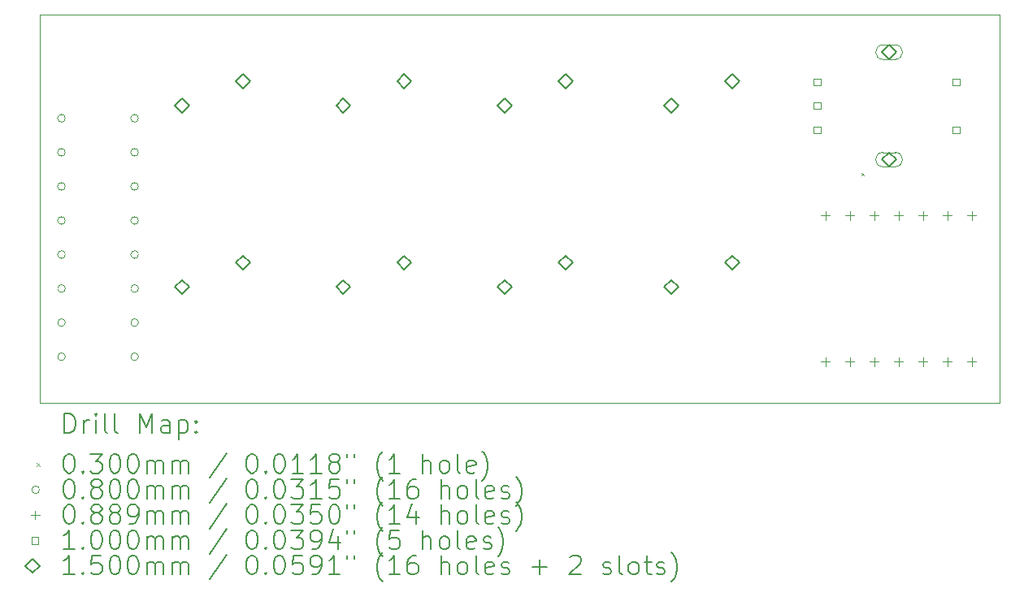
<source format=gbr>
%TF.GenerationSoftware,KiCad,Pcbnew,9.0.2*%
%TF.CreationDate,2025-06-25T22:16:46-04:00*%
%TF.ProjectId,Macropad,4d616372-6f70-4616-942e-6b696361645f,rev?*%
%TF.SameCoordinates,Original*%
%TF.FileFunction,Drillmap*%
%TF.FilePolarity,Positive*%
%FSLAX45Y45*%
G04 Gerber Fmt 4.5, Leading zero omitted, Abs format (unit mm)*
G04 Created by KiCad (PCBNEW 9.0.2) date 2025-06-25 22:16:46*
%MOMM*%
%LPD*%
G01*
G04 APERTURE LIST*
%ADD10C,0.050000*%
%ADD11C,0.200000*%
%ADD12C,0.100000*%
%ADD13C,0.150000*%
G04 APERTURE END LIST*
D10*
X8572500Y-5715000D02*
X18573750Y-5715000D01*
X18573750Y-9763125D01*
X8572500Y-9763125D01*
X8572500Y-5715000D01*
D11*
D12*
X17130000Y-7366875D02*
X17160000Y-7396875D01*
X17160000Y-7366875D02*
X17130000Y-7396875D01*
X8838750Y-6797500D02*
G75*
G02*
X8758750Y-6797500I-40000J0D01*
G01*
X8758750Y-6797500D02*
G75*
G02*
X8838750Y-6797500I40000J0D01*
G01*
X8838750Y-7152500D02*
G75*
G02*
X8758750Y-7152500I-40000J0D01*
G01*
X8758750Y-7152500D02*
G75*
G02*
X8838750Y-7152500I40000J0D01*
G01*
X8838750Y-7507500D02*
G75*
G02*
X8758750Y-7507500I-40000J0D01*
G01*
X8758750Y-7507500D02*
G75*
G02*
X8838750Y-7507500I40000J0D01*
G01*
X8838750Y-7862500D02*
G75*
G02*
X8758750Y-7862500I-40000J0D01*
G01*
X8758750Y-7862500D02*
G75*
G02*
X8838750Y-7862500I40000J0D01*
G01*
X8838750Y-8217500D02*
G75*
G02*
X8758750Y-8217500I-40000J0D01*
G01*
X8758750Y-8217500D02*
G75*
G02*
X8838750Y-8217500I40000J0D01*
G01*
X8838750Y-8572500D02*
G75*
G02*
X8758750Y-8572500I-40000J0D01*
G01*
X8758750Y-8572500D02*
G75*
G02*
X8838750Y-8572500I40000J0D01*
G01*
X8838750Y-8927500D02*
G75*
G02*
X8758750Y-8927500I-40000J0D01*
G01*
X8758750Y-8927500D02*
G75*
G02*
X8838750Y-8927500I40000J0D01*
G01*
X8838750Y-9282500D02*
G75*
G02*
X8758750Y-9282500I-40000J0D01*
G01*
X8758750Y-9282500D02*
G75*
G02*
X8838750Y-9282500I40000J0D01*
G01*
X9600750Y-6797500D02*
G75*
G02*
X9520750Y-6797500I-40000J0D01*
G01*
X9520750Y-6797500D02*
G75*
G02*
X9600750Y-6797500I40000J0D01*
G01*
X9600750Y-7152500D02*
G75*
G02*
X9520750Y-7152500I-40000J0D01*
G01*
X9520750Y-7152500D02*
G75*
G02*
X9600750Y-7152500I40000J0D01*
G01*
X9600750Y-7507500D02*
G75*
G02*
X9520750Y-7507500I-40000J0D01*
G01*
X9520750Y-7507500D02*
G75*
G02*
X9600750Y-7507500I40000J0D01*
G01*
X9600750Y-7862500D02*
G75*
G02*
X9520750Y-7862500I-40000J0D01*
G01*
X9520750Y-7862500D02*
G75*
G02*
X9600750Y-7862500I40000J0D01*
G01*
X9600750Y-8217500D02*
G75*
G02*
X9520750Y-8217500I-40000J0D01*
G01*
X9520750Y-8217500D02*
G75*
G02*
X9600750Y-8217500I40000J0D01*
G01*
X9600750Y-8572500D02*
G75*
G02*
X9520750Y-8572500I-40000J0D01*
G01*
X9520750Y-8572500D02*
G75*
G02*
X9600750Y-8572500I40000J0D01*
G01*
X9600750Y-8927500D02*
G75*
G02*
X9520750Y-8927500I-40000J0D01*
G01*
X9520750Y-8927500D02*
G75*
G02*
X9600750Y-8927500I40000J0D01*
G01*
X9600750Y-9282500D02*
G75*
G02*
X9520750Y-9282500I-40000J0D01*
G01*
X9520750Y-9282500D02*
G75*
G02*
X9600750Y-9282500I40000J0D01*
G01*
X16757650Y-7766050D02*
X16757650Y-7854950D01*
X16713200Y-7810500D02*
X16802100Y-7810500D01*
X16757650Y-9290050D02*
X16757650Y-9378950D01*
X16713200Y-9334500D02*
X16802100Y-9334500D01*
X17011650Y-7766050D02*
X17011650Y-7854950D01*
X16967200Y-7810500D02*
X17056100Y-7810500D01*
X17011650Y-9290050D02*
X17011650Y-9378950D01*
X16967200Y-9334500D02*
X17056100Y-9334500D01*
X17265650Y-7766050D02*
X17265650Y-7854950D01*
X17221200Y-7810500D02*
X17310100Y-7810500D01*
X17265650Y-9290050D02*
X17265650Y-9378950D01*
X17221200Y-9334500D02*
X17310100Y-9334500D01*
X17519650Y-7766050D02*
X17519650Y-7854950D01*
X17475200Y-7810500D02*
X17564100Y-7810500D01*
X17519650Y-9290050D02*
X17519650Y-9378950D01*
X17475200Y-9334500D02*
X17564100Y-9334500D01*
X17773650Y-7766050D02*
X17773650Y-7854950D01*
X17729200Y-7810500D02*
X17818100Y-7810500D01*
X17773650Y-9290050D02*
X17773650Y-9378950D01*
X17729200Y-9334500D02*
X17818100Y-9334500D01*
X18027650Y-7766050D02*
X18027650Y-7854950D01*
X17983200Y-7810500D02*
X18072100Y-7810500D01*
X18027650Y-9290050D02*
X18027650Y-9378950D01*
X17983200Y-9334500D02*
X18072100Y-9334500D01*
X18281650Y-7766050D02*
X18281650Y-7854950D01*
X18237200Y-7810500D02*
X18326100Y-7810500D01*
X18281650Y-9290050D02*
X18281650Y-9378950D01*
X18237200Y-9334500D02*
X18326100Y-9334500D01*
X16705981Y-6452856D02*
X16705981Y-6382144D01*
X16635269Y-6382144D01*
X16635269Y-6452856D01*
X16705981Y-6452856D01*
X16705981Y-6702856D02*
X16705981Y-6632144D01*
X16635269Y-6632144D01*
X16635269Y-6702856D01*
X16705981Y-6702856D01*
X16705981Y-6952856D02*
X16705981Y-6882144D01*
X16635269Y-6882144D01*
X16635269Y-6952856D01*
X16705981Y-6952856D01*
X18155981Y-6452856D02*
X18155981Y-6382144D01*
X18085269Y-6382144D01*
X18085269Y-6452856D01*
X18155981Y-6452856D01*
X18155981Y-6952856D02*
X18155981Y-6882144D01*
X18085269Y-6882144D01*
X18085269Y-6952856D01*
X18155981Y-6952856D01*
D13*
X10052875Y-6742500D02*
X10127875Y-6667500D01*
X10052875Y-6592500D01*
X9977875Y-6667500D01*
X10052875Y-6742500D01*
X10052875Y-8631625D02*
X10127875Y-8556625D01*
X10052875Y-8481625D01*
X9977875Y-8556625D01*
X10052875Y-8631625D01*
X10687875Y-6488500D02*
X10762875Y-6413500D01*
X10687875Y-6338500D01*
X10612875Y-6413500D01*
X10687875Y-6488500D01*
X10687875Y-8377625D02*
X10762875Y-8302625D01*
X10687875Y-8227625D01*
X10612875Y-8302625D01*
X10687875Y-8377625D01*
X11734750Y-6742500D02*
X11809750Y-6667500D01*
X11734750Y-6592500D01*
X11659750Y-6667500D01*
X11734750Y-6742500D01*
X11734750Y-8631625D02*
X11809750Y-8556625D01*
X11734750Y-8481625D01*
X11659750Y-8556625D01*
X11734750Y-8631625D01*
X12369750Y-6488500D02*
X12444750Y-6413500D01*
X12369750Y-6338500D01*
X12294750Y-6413500D01*
X12369750Y-6488500D01*
X12369750Y-8377625D02*
X12444750Y-8302625D01*
X12369750Y-8227625D01*
X12294750Y-8302625D01*
X12369750Y-8377625D01*
X13418375Y-6742500D02*
X13493375Y-6667500D01*
X13418375Y-6592500D01*
X13343375Y-6667500D01*
X13418375Y-6742500D01*
X13418375Y-8631625D02*
X13493375Y-8556625D01*
X13418375Y-8481625D01*
X13343375Y-8556625D01*
X13418375Y-8631625D01*
X14053375Y-6488500D02*
X14128375Y-6413500D01*
X14053375Y-6338500D01*
X13978375Y-6413500D01*
X14053375Y-6488500D01*
X14053375Y-8377625D02*
X14128375Y-8302625D01*
X14053375Y-8227625D01*
X13978375Y-8302625D01*
X14053375Y-8377625D01*
X15150500Y-6742500D02*
X15225500Y-6667500D01*
X15150500Y-6592500D01*
X15075500Y-6667500D01*
X15150500Y-6742500D01*
X15150500Y-8631625D02*
X15225500Y-8556625D01*
X15150500Y-8481625D01*
X15075500Y-8556625D01*
X15150500Y-8631625D01*
X15785500Y-6488500D02*
X15860500Y-6413500D01*
X15785500Y-6338500D01*
X15710500Y-6413500D01*
X15785500Y-6488500D01*
X15785500Y-8377625D02*
X15860500Y-8302625D01*
X15785500Y-8227625D01*
X15710500Y-8302625D01*
X15785500Y-8377625D01*
X17420625Y-6182500D02*
X17495625Y-6107500D01*
X17420625Y-6032500D01*
X17345625Y-6107500D01*
X17420625Y-6182500D01*
D12*
X17355625Y-6182500D02*
X17485625Y-6182500D01*
X17485625Y-6032500D02*
G75*
G02*
X17485625Y-6182500I0J-75000D01*
G01*
X17485625Y-6032500D02*
X17355625Y-6032500D01*
X17355625Y-6032500D02*
G75*
G03*
X17355625Y-6182500I0J-75000D01*
G01*
D13*
X17420625Y-7302500D02*
X17495625Y-7227500D01*
X17420625Y-7152500D01*
X17345625Y-7227500D01*
X17420625Y-7302500D01*
D12*
X17355625Y-7302500D02*
X17485625Y-7302500D01*
X17485625Y-7152500D02*
G75*
G02*
X17485625Y-7302500I0J-75000D01*
G01*
X17485625Y-7152500D02*
X17355625Y-7152500D01*
X17355625Y-7152500D02*
G75*
G03*
X17355625Y-7302500I0J-75000D01*
G01*
D11*
X8830777Y-10077109D02*
X8830777Y-9877109D01*
X8830777Y-9877109D02*
X8878396Y-9877109D01*
X8878396Y-9877109D02*
X8906967Y-9886633D01*
X8906967Y-9886633D02*
X8926015Y-9905680D01*
X8926015Y-9905680D02*
X8935539Y-9924728D01*
X8935539Y-9924728D02*
X8945063Y-9962823D01*
X8945063Y-9962823D02*
X8945063Y-9991395D01*
X8945063Y-9991395D02*
X8935539Y-10029490D01*
X8935539Y-10029490D02*
X8926015Y-10048537D01*
X8926015Y-10048537D02*
X8906967Y-10067585D01*
X8906967Y-10067585D02*
X8878396Y-10077109D01*
X8878396Y-10077109D02*
X8830777Y-10077109D01*
X9030777Y-10077109D02*
X9030777Y-9943775D01*
X9030777Y-9981871D02*
X9040301Y-9962823D01*
X9040301Y-9962823D02*
X9049824Y-9953299D01*
X9049824Y-9953299D02*
X9068872Y-9943775D01*
X9068872Y-9943775D02*
X9087920Y-9943775D01*
X9154586Y-10077109D02*
X9154586Y-9943775D01*
X9154586Y-9877109D02*
X9145063Y-9886633D01*
X9145063Y-9886633D02*
X9154586Y-9896156D01*
X9154586Y-9896156D02*
X9164110Y-9886633D01*
X9164110Y-9886633D02*
X9154586Y-9877109D01*
X9154586Y-9877109D02*
X9154586Y-9896156D01*
X9278396Y-10077109D02*
X9259348Y-10067585D01*
X9259348Y-10067585D02*
X9249824Y-10048537D01*
X9249824Y-10048537D02*
X9249824Y-9877109D01*
X9383158Y-10077109D02*
X9364110Y-10067585D01*
X9364110Y-10067585D02*
X9354586Y-10048537D01*
X9354586Y-10048537D02*
X9354586Y-9877109D01*
X9611729Y-10077109D02*
X9611729Y-9877109D01*
X9611729Y-9877109D02*
X9678396Y-10019966D01*
X9678396Y-10019966D02*
X9745063Y-9877109D01*
X9745063Y-9877109D02*
X9745063Y-10077109D01*
X9926015Y-10077109D02*
X9926015Y-9972347D01*
X9926015Y-9972347D02*
X9916491Y-9953299D01*
X9916491Y-9953299D02*
X9897444Y-9943775D01*
X9897444Y-9943775D02*
X9859348Y-9943775D01*
X9859348Y-9943775D02*
X9840301Y-9953299D01*
X9926015Y-10067585D02*
X9906967Y-10077109D01*
X9906967Y-10077109D02*
X9859348Y-10077109D01*
X9859348Y-10077109D02*
X9840301Y-10067585D01*
X9840301Y-10067585D02*
X9830777Y-10048537D01*
X9830777Y-10048537D02*
X9830777Y-10029490D01*
X9830777Y-10029490D02*
X9840301Y-10010442D01*
X9840301Y-10010442D02*
X9859348Y-10000918D01*
X9859348Y-10000918D02*
X9906967Y-10000918D01*
X9906967Y-10000918D02*
X9926015Y-9991395D01*
X10021253Y-9943775D02*
X10021253Y-10143775D01*
X10021253Y-9953299D02*
X10040301Y-9943775D01*
X10040301Y-9943775D02*
X10078396Y-9943775D01*
X10078396Y-9943775D02*
X10097444Y-9953299D01*
X10097444Y-9953299D02*
X10106967Y-9962823D01*
X10106967Y-9962823D02*
X10116491Y-9981871D01*
X10116491Y-9981871D02*
X10116491Y-10039014D01*
X10116491Y-10039014D02*
X10106967Y-10058061D01*
X10106967Y-10058061D02*
X10097444Y-10067585D01*
X10097444Y-10067585D02*
X10078396Y-10077109D01*
X10078396Y-10077109D02*
X10040301Y-10077109D01*
X10040301Y-10077109D02*
X10021253Y-10067585D01*
X10202205Y-10058061D02*
X10211729Y-10067585D01*
X10211729Y-10067585D02*
X10202205Y-10077109D01*
X10202205Y-10077109D02*
X10192682Y-10067585D01*
X10192682Y-10067585D02*
X10202205Y-10058061D01*
X10202205Y-10058061D02*
X10202205Y-10077109D01*
X10202205Y-9953299D02*
X10211729Y-9962823D01*
X10211729Y-9962823D02*
X10202205Y-9972347D01*
X10202205Y-9972347D02*
X10192682Y-9962823D01*
X10192682Y-9962823D02*
X10202205Y-9953299D01*
X10202205Y-9953299D02*
X10202205Y-9972347D01*
D12*
X8540000Y-10390625D02*
X8570000Y-10420625D01*
X8570000Y-10390625D02*
X8540000Y-10420625D01*
D11*
X8868872Y-10297109D02*
X8887920Y-10297109D01*
X8887920Y-10297109D02*
X8906967Y-10306633D01*
X8906967Y-10306633D02*
X8916491Y-10316156D01*
X8916491Y-10316156D02*
X8926015Y-10335204D01*
X8926015Y-10335204D02*
X8935539Y-10373299D01*
X8935539Y-10373299D02*
X8935539Y-10420918D01*
X8935539Y-10420918D02*
X8926015Y-10459014D01*
X8926015Y-10459014D02*
X8916491Y-10478061D01*
X8916491Y-10478061D02*
X8906967Y-10487585D01*
X8906967Y-10487585D02*
X8887920Y-10497109D01*
X8887920Y-10497109D02*
X8868872Y-10497109D01*
X8868872Y-10497109D02*
X8849824Y-10487585D01*
X8849824Y-10487585D02*
X8840301Y-10478061D01*
X8840301Y-10478061D02*
X8830777Y-10459014D01*
X8830777Y-10459014D02*
X8821253Y-10420918D01*
X8821253Y-10420918D02*
X8821253Y-10373299D01*
X8821253Y-10373299D02*
X8830777Y-10335204D01*
X8830777Y-10335204D02*
X8840301Y-10316156D01*
X8840301Y-10316156D02*
X8849824Y-10306633D01*
X8849824Y-10306633D02*
X8868872Y-10297109D01*
X9021253Y-10478061D02*
X9030777Y-10487585D01*
X9030777Y-10487585D02*
X9021253Y-10497109D01*
X9021253Y-10497109D02*
X9011729Y-10487585D01*
X9011729Y-10487585D02*
X9021253Y-10478061D01*
X9021253Y-10478061D02*
X9021253Y-10497109D01*
X9097444Y-10297109D02*
X9221253Y-10297109D01*
X9221253Y-10297109D02*
X9154586Y-10373299D01*
X9154586Y-10373299D02*
X9183158Y-10373299D01*
X9183158Y-10373299D02*
X9202205Y-10382823D01*
X9202205Y-10382823D02*
X9211729Y-10392347D01*
X9211729Y-10392347D02*
X9221253Y-10411395D01*
X9221253Y-10411395D02*
X9221253Y-10459014D01*
X9221253Y-10459014D02*
X9211729Y-10478061D01*
X9211729Y-10478061D02*
X9202205Y-10487585D01*
X9202205Y-10487585D02*
X9183158Y-10497109D01*
X9183158Y-10497109D02*
X9126015Y-10497109D01*
X9126015Y-10497109D02*
X9106967Y-10487585D01*
X9106967Y-10487585D02*
X9097444Y-10478061D01*
X9345063Y-10297109D02*
X9364110Y-10297109D01*
X9364110Y-10297109D02*
X9383158Y-10306633D01*
X9383158Y-10306633D02*
X9392682Y-10316156D01*
X9392682Y-10316156D02*
X9402205Y-10335204D01*
X9402205Y-10335204D02*
X9411729Y-10373299D01*
X9411729Y-10373299D02*
X9411729Y-10420918D01*
X9411729Y-10420918D02*
X9402205Y-10459014D01*
X9402205Y-10459014D02*
X9392682Y-10478061D01*
X9392682Y-10478061D02*
X9383158Y-10487585D01*
X9383158Y-10487585D02*
X9364110Y-10497109D01*
X9364110Y-10497109D02*
X9345063Y-10497109D01*
X9345063Y-10497109D02*
X9326015Y-10487585D01*
X9326015Y-10487585D02*
X9316491Y-10478061D01*
X9316491Y-10478061D02*
X9306967Y-10459014D01*
X9306967Y-10459014D02*
X9297444Y-10420918D01*
X9297444Y-10420918D02*
X9297444Y-10373299D01*
X9297444Y-10373299D02*
X9306967Y-10335204D01*
X9306967Y-10335204D02*
X9316491Y-10316156D01*
X9316491Y-10316156D02*
X9326015Y-10306633D01*
X9326015Y-10306633D02*
X9345063Y-10297109D01*
X9535539Y-10297109D02*
X9554586Y-10297109D01*
X9554586Y-10297109D02*
X9573634Y-10306633D01*
X9573634Y-10306633D02*
X9583158Y-10316156D01*
X9583158Y-10316156D02*
X9592682Y-10335204D01*
X9592682Y-10335204D02*
X9602205Y-10373299D01*
X9602205Y-10373299D02*
X9602205Y-10420918D01*
X9602205Y-10420918D02*
X9592682Y-10459014D01*
X9592682Y-10459014D02*
X9583158Y-10478061D01*
X9583158Y-10478061D02*
X9573634Y-10487585D01*
X9573634Y-10487585D02*
X9554586Y-10497109D01*
X9554586Y-10497109D02*
X9535539Y-10497109D01*
X9535539Y-10497109D02*
X9516491Y-10487585D01*
X9516491Y-10487585D02*
X9506967Y-10478061D01*
X9506967Y-10478061D02*
X9497444Y-10459014D01*
X9497444Y-10459014D02*
X9487920Y-10420918D01*
X9487920Y-10420918D02*
X9487920Y-10373299D01*
X9487920Y-10373299D02*
X9497444Y-10335204D01*
X9497444Y-10335204D02*
X9506967Y-10316156D01*
X9506967Y-10316156D02*
X9516491Y-10306633D01*
X9516491Y-10306633D02*
X9535539Y-10297109D01*
X9687920Y-10497109D02*
X9687920Y-10363775D01*
X9687920Y-10382823D02*
X9697444Y-10373299D01*
X9697444Y-10373299D02*
X9716491Y-10363775D01*
X9716491Y-10363775D02*
X9745063Y-10363775D01*
X9745063Y-10363775D02*
X9764110Y-10373299D01*
X9764110Y-10373299D02*
X9773634Y-10392347D01*
X9773634Y-10392347D02*
X9773634Y-10497109D01*
X9773634Y-10392347D02*
X9783158Y-10373299D01*
X9783158Y-10373299D02*
X9802205Y-10363775D01*
X9802205Y-10363775D02*
X9830777Y-10363775D01*
X9830777Y-10363775D02*
X9849825Y-10373299D01*
X9849825Y-10373299D02*
X9859348Y-10392347D01*
X9859348Y-10392347D02*
X9859348Y-10497109D01*
X9954586Y-10497109D02*
X9954586Y-10363775D01*
X9954586Y-10382823D02*
X9964110Y-10373299D01*
X9964110Y-10373299D02*
X9983158Y-10363775D01*
X9983158Y-10363775D02*
X10011729Y-10363775D01*
X10011729Y-10363775D02*
X10030777Y-10373299D01*
X10030777Y-10373299D02*
X10040301Y-10392347D01*
X10040301Y-10392347D02*
X10040301Y-10497109D01*
X10040301Y-10392347D02*
X10049825Y-10373299D01*
X10049825Y-10373299D02*
X10068872Y-10363775D01*
X10068872Y-10363775D02*
X10097444Y-10363775D01*
X10097444Y-10363775D02*
X10116491Y-10373299D01*
X10116491Y-10373299D02*
X10126015Y-10392347D01*
X10126015Y-10392347D02*
X10126015Y-10497109D01*
X10516491Y-10287585D02*
X10345063Y-10544728D01*
X10773634Y-10297109D02*
X10792682Y-10297109D01*
X10792682Y-10297109D02*
X10811729Y-10306633D01*
X10811729Y-10306633D02*
X10821253Y-10316156D01*
X10821253Y-10316156D02*
X10830777Y-10335204D01*
X10830777Y-10335204D02*
X10840301Y-10373299D01*
X10840301Y-10373299D02*
X10840301Y-10420918D01*
X10840301Y-10420918D02*
X10830777Y-10459014D01*
X10830777Y-10459014D02*
X10821253Y-10478061D01*
X10821253Y-10478061D02*
X10811729Y-10487585D01*
X10811729Y-10487585D02*
X10792682Y-10497109D01*
X10792682Y-10497109D02*
X10773634Y-10497109D01*
X10773634Y-10497109D02*
X10754587Y-10487585D01*
X10754587Y-10487585D02*
X10745063Y-10478061D01*
X10745063Y-10478061D02*
X10735539Y-10459014D01*
X10735539Y-10459014D02*
X10726015Y-10420918D01*
X10726015Y-10420918D02*
X10726015Y-10373299D01*
X10726015Y-10373299D02*
X10735539Y-10335204D01*
X10735539Y-10335204D02*
X10745063Y-10316156D01*
X10745063Y-10316156D02*
X10754587Y-10306633D01*
X10754587Y-10306633D02*
X10773634Y-10297109D01*
X10926015Y-10478061D02*
X10935539Y-10487585D01*
X10935539Y-10487585D02*
X10926015Y-10497109D01*
X10926015Y-10497109D02*
X10916491Y-10487585D01*
X10916491Y-10487585D02*
X10926015Y-10478061D01*
X10926015Y-10478061D02*
X10926015Y-10497109D01*
X11059348Y-10297109D02*
X11078396Y-10297109D01*
X11078396Y-10297109D02*
X11097444Y-10306633D01*
X11097444Y-10306633D02*
X11106968Y-10316156D01*
X11106968Y-10316156D02*
X11116491Y-10335204D01*
X11116491Y-10335204D02*
X11126015Y-10373299D01*
X11126015Y-10373299D02*
X11126015Y-10420918D01*
X11126015Y-10420918D02*
X11116491Y-10459014D01*
X11116491Y-10459014D02*
X11106968Y-10478061D01*
X11106968Y-10478061D02*
X11097444Y-10487585D01*
X11097444Y-10487585D02*
X11078396Y-10497109D01*
X11078396Y-10497109D02*
X11059348Y-10497109D01*
X11059348Y-10497109D02*
X11040301Y-10487585D01*
X11040301Y-10487585D02*
X11030777Y-10478061D01*
X11030777Y-10478061D02*
X11021253Y-10459014D01*
X11021253Y-10459014D02*
X11011729Y-10420918D01*
X11011729Y-10420918D02*
X11011729Y-10373299D01*
X11011729Y-10373299D02*
X11021253Y-10335204D01*
X11021253Y-10335204D02*
X11030777Y-10316156D01*
X11030777Y-10316156D02*
X11040301Y-10306633D01*
X11040301Y-10306633D02*
X11059348Y-10297109D01*
X11316491Y-10497109D02*
X11202206Y-10497109D01*
X11259348Y-10497109D02*
X11259348Y-10297109D01*
X11259348Y-10297109D02*
X11240301Y-10325680D01*
X11240301Y-10325680D02*
X11221253Y-10344728D01*
X11221253Y-10344728D02*
X11202206Y-10354252D01*
X11506967Y-10497109D02*
X11392682Y-10497109D01*
X11449825Y-10497109D02*
X11449825Y-10297109D01*
X11449825Y-10297109D02*
X11430777Y-10325680D01*
X11430777Y-10325680D02*
X11411729Y-10344728D01*
X11411729Y-10344728D02*
X11392682Y-10354252D01*
X11621253Y-10382823D02*
X11602206Y-10373299D01*
X11602206Y-10373299D02*
X11592682Y-10363775D01*
X11592682Y-10363775D02*
X11583158Y-10344728D01*
X11583158Y-10344728D02*
X11583158Y-10335204D01*
X11583158Y-10335204D02*
X11592682Y-10316156D01*
X11592682Y-10316156D02*
X11602206Y-10306633D01*
X11602206Y-10306633D02*
X11621253Y-10297109D01*
X11621253Y-10297109D02*
X11659348Y-10297109D01*
X11659348Y-10297109D02*
X11678396Y-10306633D01*
X11678396Y-10306633D02*
X11687920Y-10316156D01*
X11687920Y-10316156D02*
X11697444Y-10335204D01*
X11697444Y-10335204D02*
X11697444Y-10344728D01*
X11697444Y-10344728D02*
X11687920Y-10363775D01*
X11687920Y-10363775D02*
X11678396Y-10373299D01*
X11678396Y-10373299D02*
X11659348Y-10382823D01*
X11659348Y-10382823D02*
X11621253Y-10382823D01*
X11621253Y-10382823D02*
X11602206Y-10392347D01*
X11602206Y-10392347D02*
X11592682Y-10401871D01*
X11592682Y-10401871D02*
X11583158Y-10420918D01*
X11583158Y-10420918D02*
X11583158Y-10459014D01*
X11583158Y-10459014D02*
X11592682Y-10478061D01*
X11592682Y-10478061D02*
X11602206Y-10487585D01*
X11602206Y-10487585D02*
X11621253Y-10497109D01*
X11621253Y-10497109D02*
X11659348Y-10497109D01*
X11659348Y-10497109D02*
X11678396Y-10487585D01*
X11678396Y-10487585D02*
X11687920Y-10478061D01*
X11687920Y-10478061D02*
X11697444Y-10459014D01*
X11697444Y-10459014D02*
X11697444Y-10420918D01*
X11697444Y-10420918D02*
X11687920Y-10401871D01*
X11687920Y-10401871D02*
X11678396Y-10392347D01*
X11678396Y-10392347D02*
X11659348Y-10382823D01*
X11773634Y-10297109D02*
X11773634Y-10335204D01*
X11849825Y-10297109D02*
X11849825Y-10335204D01*
X12145063Y-10573299D02*
X12135539Y-10563775D01*
X12135539Y-10563775D02*
X12116491Y-10535204D01*
X12116491Y-10535204D02*
X12106968Y-10516156D01*
X12106968Y-10516156D02*
X12097444Y-10487585D01*
X12097444Y-10487585D02*
X12087920Y-10439966D01*
X12087920Y-10439966D02*
X12087920Y-10401871D01*
X12087920Y-10401871D02*
X12097444Y-10354252D01*
X12097444Y-10354252D02*
X12106968Y-10325680D01*
X12106968Y-10325680D02*
X12116491Y-10306633D01*
X12116491Y-10306633D02*
X12135539Y-10278061D01*
X12135539Y-10278061D02*
X12145063Y-10268537D01*
X12326015Y-10497109D02*
X12211729Y-10497109D01*
X12268872Y-10497109D02*
X12268872Y-10297109D01*
X12268872Y-10297109D02*
X12249825Y-10325680D01*
X12249825Y-10325680D02*
X12230777Y-10344728D01*
X12230777Y-10344728D02*
X12211729Y-10354252D01*
X12564110Y-10497109D02*
X12564110Y-10297109D01*
X12649825Y-10497109D02*
X12649825Y-10392347D01*
X12649825Y-10392347D02*
X12640301Y-10373299D01*
X12640301Y-10373299D02*
X12621253Y-10363775D01*
X12621253Y-10363775D02*
X12592682Y-10363775D01*
X12592682Y-10363775D02*
X12573634Y-10373299D01*
X12573634Y-10373299D02*
X12564110Y-10382823D01*
X12773634Y-10497109D02*
X12754587Y-10487585D01*
X12754587Y-10487585D02*
X12745063Y-10478061D01*
X12745063Y-10478061D02*
X12735539Y-10459014D01*
X12735539Y-10459014D02*
X12735539Y-10401871D01*
X12735539Y-10401871D02*
X12745063Y-10382823D01*
X12745063Y-10382823D02*
X12754587Y-10373299D01*
X12754587Y-10373299D02*
X12773634Y-10363775D01*
X12773634Y-10363775D02*
X12802206Y-10363775D01*
X12802206Y-10363775D02*
X12821253Y-10373299D01*
X12821253Y-10373299D02*
X12830777Y-10382823D01*
X12830777Y-10382823D02*
X12840301Y-10401871D01*
X12840301Y-10401871D02*
X12840301Y-10459014D01*
X12840301Y-10459014D02*
X12830777Y-10478061D01*
X12830777Y-10478061D02*
X12821253Y-10487585D01*
X12821253Y-10487585D02*
X12802206Y-10497109D01*
X12802206Y-10497109D02*
X12773634Y-10497109D01*
X12954587Y-10497109D02*
X12935539Y-10487585D01*
X12935539Y-10487585D02*
X12926015Y-10468537D01*
X12926015Y-10468537D02*
X12926015Y-10297109D01*
X13106968Y-10487585D02*
X13087920Y-10497109D01*
X13087920Y-10497109D02*
X13049825Y-10497109D01*
X13049825Y-10497109D02*
X13030777Y-10487585D01*
X13030777Y-10487585D02*
X13021253Y-10468537D01*
X13021253Y-10468537D02*
X13021253Y-10392347D01*
X13021253Y-10392347D02*
X13030777Y-10373299D01*
X13030777Y-10373299D02*
X13049825Y-10363775D01*
X13049825Y-10363775D02*
X13087920Y-10363775D01*
X13087920Y-10363775D02*
X13106968Y-10373299D01*
X13106968Y-10373299D02*
X13116491Y-10392347D01*
X13116491Y-10392347D02*
X13116491Y-10411395D01*
X13116491Y-10411395D02*
X13021253Y-10430442D01*
X13183158Y-10573299D02*
X13192682Y-10563775D01*
X13192682Y-10563775D02*
X13211730Y-10535204D01*
X13211730Y-10535204D02*
X13221253Y-10516156D01*
X13221253Y-10516156D02*
X13230777Y-10487585D01*
X13230777Y-10487585D02*
X13240301Y-10439966D01*
X13240301Y-10439966D02*
X13240301Y-10401871D01*
X13240301Y-10401871D02*
X13230777Y-10354252D01*
X13230777Y-10354252D02*
X13221253Y-10325680D01*
X13221253Y-10325680D02*
X13211730Y-10306633D01*
X13211730Y-10306633D02*
X13192682Y-10278061D01*
X13192682Y-10278061D02*
X13183158Y-10268537D01*
D12*
X8570000Y-10669625D02*
G75*
G02*
X8490000Y-10669625I-40000J0D01*
G01*
X8490000Y-10669625D02*
G75*
G02*
X8570000Y-10669625I40000J0D01*
G01*
D11*
X8868872Y-10561109D02*
X8887920Y-10561109D01*
X8887920Y-10561109D02*
X8906967Y-10570633D01*
X8906967Y-10570633D02*
X8916491Y-10580156D01*
X8916491Y-10580156D02*
X8926015Y-10599204D01*
X8926015Y-10599204D02*
X8935539Y-10637299D01*
X8935539Y-10637299D02*
X8935539Y-10684918D01*
X8935539Y-10684918D02*
X8926015Y-10723014D01*
X8926015Y-10723014D02*
X8916491Y-10742061D01*
X8916491Y-10742061D02*
X8906967Y-10751585D01*
X8906967Y-10751585D02*
X8887920Y-10761109D01*
X8887920Y-10761109D02*
X8868872Y-10761109D01*
X8868872Y-10761109D02*
X8849824Y-10751585D01*
X8849824Y-10751585D02*
X8840301Y-10742061D01*
X8840301Y-10742061D02*
X8830777Y-10723014D01*
X8830777Y-10723014D02*
X8821253Y-10684918D01*
X8821253Y-10684918D02*
X8821253Y-10637299D01*
X8821253Y-10637299D02*
X8830777Y-10599204D01*
X8830777Y-10599204D02*
X8840301Y-10580156D01*
X8840301Y-10580156D02*
X8849824Y-10570633D01*
X8849824Y-10570633D02*
X8868872Y-10561109D01*
X9021253Y-10742061D02*
X9030777Y-10751585D01*
X9030777Y-10751585D02*
X9021253Y-10761109D01*
X9021253Y-10761109D02*
X9011729Y-10751585D01*
X9011729Y-10751585D02*
X9021253Y-10742061D01*
X9021253Y-10742061D02*
X9021253Y-10761109D01*
X9145063Y-10646823D02*
X9126015Y-10637299D01*
X9126015Y-10637299D02*
X9116491Y-10627775D01*
X9116491Y-10627775D02*
X9106967Y-10608728D01*
X9106967Y-10608728D02*
X9106967Y-10599204D01*
X9106967Y-10599204D02*
X9116491Y-10580156D01*
X9116491Y-10580156D02*
X9126015Y-10570633D01*
X9126015Y-10570633D02*
X9145063Y-10561109D01*
X9145063Y-10561109D02*
X9183158Y-10561109D01*
X9183158Y-10561109D02*
X9202205Y-10570633D01*
X9202205Y-10570633D02*
X9211729Y-10580156D01*
X9211729Y-10580156D02*
X9221253Y-10599204D01*
X9221253Y-10599204D02*
X9221253Y-10608728D01*
X9221253Y-10608728D02*
X9211729Y-10627775D01*
X9211729Y-10627775D02*
X9202205Y-10637299D01*
X9202205Y-10637299D02*
X9183158Y-10646823D01*
X9183158Y-10646823D02*
X9145063Y-10646823D01*
X9145063Y-10646823D02*
X9126015Y-10656347D01*
X9126015Y-10656347D02*
X9116491Y-10665871D01*
X9116491Y-10665871D02*
X9106967Y-10684918D01*
X9106967Y-10684918D02*
X9106967Y-10723014D01*
X9106967Y-10723014D02*
X9116491Y-10742061D01*
X9116491Y-10742061D02*
X9126015Y-10751585D01*
X9126015Y-10751585D02*
X9145063Y-10761109D01*
X9145063Y-10761109D02*
X9183158Y-10761109D01*
X9183158Y-10761109D02*
X9202205Y-10751585D01*
X9202205Y-10751585D02*
X9211729Y-10742061D01*
X9211729Y-10742061D02*
X9221253Y-10723014D01*
X9221253Y-10723014D02*
X9221253Y-10684918D01*
X9221253Y-10684918D02*
X9211729Y-10665871D01*
X9211729Y-10665871D02*
X9202205Y-10656347D01*
X9202205Y-10656347D02*
X9183158Y-10646823D01*
X9345063Y-10561109D02*
X9364110Y-10561109D01*
X9364110Y-10561109D02*
X9383158Y-10570633D01*
X9383158Y-10570633D02*
X9392682Y-10580156D01*
X9392682Y-10580156D02*
X9402205Y-10599204D01*
X9402205Y-10599204D02*
X9411729Y-10637299D01*
X9411729Y-10637299D02*
X9411729Y-10684918D01*
X9411729Y-10684918D02*
X9402205Y-10723014D01*
X9402205Y-10723014D02*
X9392682Y-10742061D01*
X9392682Y-10742061D02*
X9383158Y-10751585D01*
X9383158Y-10751585D02*
X9364110Y-10761109D01*
X9364110Y-10761109D02*
X9345063Y-10761109D01*
X9345063Y-10761109D02*
X9326015Y-10751585D01*
X9326015Y-10751585D02*
X9316491Y-10742061D01*
X9316491Y-10742061D02*
X9306967Y-10723014D01*
X9306967Y-10723014D02*
X9297444Y-10684918D01*
X9297444Y-10684918D02*
X9297444Y-10637299D01*
X9297444Y-10637299D02*
X9306967Y-10599204D01*
X9306967Y-10599204D02*
X9316491Y-10580156D01*
X9316491Y-10580156D02*
X9326015Y-10570633D01*
X9326015Y-10570633D02*
X9345063Y-10561109D01*
X9535539Y-10561109D02*
X9554586Y-10561109D01*
X9554586Y-10561109D02*
X9573634Y-10570633D01*
X9573634Y-10570633D02*
X9583158Y-10580156D01*
X9583158Y-10580156D02*
X9592682Y-10599204D01*
X9592682Y-10599204D02*
X9602205Y-10637299D01*
X9602205Y-10637299D02*
X9602205Y-10684918D01*
X9602205Y-10684918D02*
X9592682Y-10723014D01*
X9592682Y-10723014D02*
X9583158Y-10742061D01*
X9583158Y-10742061D02*
X9573634Y-10751585D01*
X9573634Y-10751585D02*
X9554586Y-10761109D01*
X9554586Y-10761109D02*
X9535539Y-10761109D01*
X9535539Y-10761109D02*
X9516491Y-10751585D01*
X9516491Y-10751585D02*
X9506967Y-10742061D01*
X9506967Y-10742061D02*
X9497444Y-10723014D01*
X9497444Y-10723014D02*
X9487920Y-10684918D01*
X9487920Y-10684918D02*
X9487920Y-10637299D01*
X9487920Y-10637299D02*
X9497444Y-10599204D01*
X9497444Y-10599204D02*
X9506967Y-10580156D01*
X9506967Y-10580156D02*
X9516491Y-10570633D01*
X9516491Y-10570633D02*
X9535539Y-10561109D01*
X9687920Y-10761109D02*
X9687920Y-10627775D01*
X9687920Y-10646823D02*
X9697444Y-10637299D01*
X9697444Y-10637299D02*
X9716491Y-10627775D01*
X9716491Y-10627775D02*
X9745063Y-10627775D01*
X9745063Y-10627775D02*
X9764110Y-10637299D01*
X9764110Y-10637299D02*
X9773634Y-10656347D01*
X9773634Y-10656347D02*
X9773634Y-10761109D01*
X9773634Y-10656347D02*
X9783158Y-10637299D01*
X9783158Y-10637299D02*
X9802205Y-10627775D01*
X9802205Y-10627775D02*
X9830777Y-10627775D01*
X9830777Y-10627775D02*
X9849825Y-10637299D01*
X9849825Y-10637299D02*
X9859348Y-10656347D01*
X9859348Y-10656347D02*
X9859348Y-10761109D01*
X9954586Y-10761109D02*
X9954586Y-10627775D01*
X9954586Y-10646823D02*
X9964110Y-10637299D01*
X9964110Y-10637299D02*
X9983158Y-10627775D01*
X9983158Y-10627775D02*
X10011729Y-10627775D01*
X10011729Y-10627775D02*
X10030777Y-10637299D01*
X10030777Y-10637299D02*
X10040301Y-10656347D01*
X10040301Y-10656347D02*
X10040301Y-10761109D01*
X10040301Y-10656347D02*
X10049825Y-10637299D01*
X10049825Y-10637299D02*
X10068872Y-10627775D01*
X10068872Y-10627775D02*
X10097444Y-10627775D01*
X10097444Y-10627775D02*
X10116491Y-10637299D01*
X10116491Y-10637299D02*
X10126015Y-10656347D01*
X10126015Y-10656347D02*
X10126015Y-10761109D01*
X10516491Y-10551585D02*
X10345063Y-10808728D01*
X10773634Y-10561109D02*
X10792682Y-10561109D01*
X10792682Y-10561109D02*
X10811729Y-10570633D01*
X10811729Y-10570633D02*
X10821253Y-10580156D01*
X10821253Y-10580156D02*
X10830777Y-10599204D01*
X10830777Y-10599204D02*
X10840301Y-10637299D01*
X10840301Y-10637299D02*
X10840301Y-10684918D01*
X10840301Y-10684918D02*
X10830777Y-10723014D01*
X10830777Y-10723014D02*
X10821253Y-10742061D01*
X10821253Y-10742061D02*
X10811729Y-10751585D01*
X10811729Y-10751585D02*
X10792682Y-10761109D01*
X10792682Y-10761109D02*
X10773634Y-10761109D01*
X10773634Y-10761109D02*
X10754587Y-10751585D01*
X10754587Y-10751585D02*
X10745063Y-10742061D01*
X10745063Y-10742061D02*
X10735539Y-10723014D01*
X10735539Y-10723014D02*
X10726015Y-10684918D01*
X10726015Y-10684918D02*
X10726015Y-10637299D01*
X10726015Y-10637299D02*
X10735539Y-10599204D01*
X10735539Y-10599204D02*
X10745063Y-10580156D01*
X10745063Y-10580156D02*
X10754587Y-10570633D01*
X10754587Y-10570633D02*
X10773634Y-10561109D01*
X10926015Y-10742061D02*
X10935539Y-10751585D01*
X10935539Y-10751585D02*
X10926015Y-10761109D01*
X10926015Y-10761109D02*
X10916491Y-10751585D01*
X10916491Y-10751585D02*
X10926015Y-10742061D01*
X10926015Y-10742061D02*
X10926015Y-10761109D01*
X11059348Y-10561109D02*
X11078396Y-10561109D01*
X11078396Y-10561109D02*
X11097444Y-10570633D01*
X11097444Y-10570633D02*
X11106968Y-10580156D01*
X11106968Y-10580156D02*
X11116491Y-10599204D01*
X11116491Y-10599204D02*
X11126015Y-10637299D01*
X11126015Y-10637299D02*
X11126015Y-10684918D01*
X11126015Y-10684918D02*
X11116491Y-10723014D01*
X11116491Y-10723014D02*
X11106968Y-10742061D01*
X11106968Y-10742061D02*
X11097444Y-10751585D01*
X11097444Y-10751585D02*
X11078396Y-10761109D01*
X11078396Y-10761109D02*
X11059348Y-10761109D01*
X11059348Y-10761109D02*
X11040301Y-10751585D01*
X11040301Y-10751585D02*
X11030777Y-10742061D01*
X11030777Y-10742061D02*
X11021253Y-10723014D01*
X11021253Y-10723014D02*
X11011729Y-10684918D01*
X11011729Y-10684918D02*
X11011729Y-10637299D01*
X11011729Y-10637299D02*
X11021253Y-10599204D01*
X11021253Y-10599204D02*
X11030777Y-10580156D01*
X11030777Y-10580156D02*
X11040301Y-10570633D01*
X11040301Y-10570633D02*
X11059348Y-10561109D01*
X11192682Y-10561109D02*
X11316491Y-10561109D01*
X11316491Y-10561109D02*
X11249825Y-10637299D01*
X11249825Y-10637299D02*
X11278396Y-10637299D01*
X11278396Y-10637299D02*
X11297444Y-10646823D01*
X11297444Y-10646823D02*
X11306967Y-10656347D01*
X11306967Y-10656347D02*
X11316491Y-10675395D01*
X11316491Y-10675395D02*
X11316491Y-10723014D01*
X11316491Y-10723014D02*
X11306967Y-10742061D01*
X11306967Y-10742061D02*
X11297444Y-10751585D01*
X11297444Y-10751585D02*
X11278396Y-10761109D01*
X11278396Y-10761109D02*
X11221253Y-10761109D01*
X11221253Y-10761109D02*
X11202206Y-10751585D01*
X11202206Y-10751585D02*
X11192682Y-10742061D01*
X11506967Y-10761109D02*
X11392682Y-10761109D01*
X11449825Y-10761109D02*
X11449825Y-10561109D01*
X11449825Y-10561109D02*
X11430777Y-10589680D01*
X11430777Y-10589680D02*
X11411729Y-10608728D01*
X11411729Y-10608728D02*
X11392682Y-10618252D01*
X11687920Y-10561109D02*
X11592682Y-10561109D01*
X11592682Y-10561109D02*
X11583158Y-10656347D01*
X11583158Y-10656347D02*
X11592682Y-10646823D01*
X11592682Y-10646823D02*
X11611729Y-10637299D01*
X11611729Y-10637299D02*
X11659348Y-10637299D01*
X11659348Y-10637299D02*
X11678396Y-10646823D01*
X11678396Y-10646823D02*
X11687920Y-10656347D01*
X11687920Y-10656347D02*
X11697444Y-10675395D01*
X11697444Y-10675395D02*
X11697444Y-10723014D01*
X11697444Y-10723014D02*
X11687920Y-10742061D01*
X11687920Y-10742061D02*
X11678396Y-10751585D01*
X11678396Y-10751585D02*
X11659348Y-10761109D01*
X11659348Y-10761109D02*
X11611729Y-10761109D01*
X11611729Y-10761109D02*
X11592682Y-10751585D01*
X11592682Y-10751585D02*
X11583158Y-10742061D01*
X11773634Y-10561109D02*
X11773634Y-10599204D01*
X11849825Y-10561109D02*
X11849825Y-10599204D01*
X12145063Y-10837299D02*
X12135539Y-10827775D01*
X12135539Y-10827775D02*
X12116491Y-10799204D01*
X12116491Y-10799204D02*
X12106968Y-10780156D01*
X12106968Y-10780156D02*
X12097444Y-10751585D01*
X12097444Y-10751585D02*
X12087920Y-10703966D01*
X12087920Y-10703966D02*
X12087920Y-10665871D01*
X12087920Y-10665871D02*
X12097444Y-10618252D01*
X12097444Y-10618252D02*
X12106968Y-10589680D01*
X12106968Y-10589680D02*
X12116491Y-10570633D01*
X12116491Y-10570633D02*
X12135539Y-10542061D01*
X12135539Y-10542061D02*
X12145063Y-10532537D01*
X12326015Y-10761109D02*
X12211729Y-10761109D01*
X12268872Y-10761109D02*
X12268872Y-10561109D01*
X12268872Y-10561109D02*
X12249825Y-10589680D01*
X12249825Y-10589680D02*
X12230777Y-10608728D01*
X12230777Y-10608728D02*
X12211729Y-10618252D01*
X12497444Y-10561109D02*
X12459348Y-10561109D01*
X12459348Y-10561109D02*
X12440301Y-10570633D01*
X12440301Y-10570633D02*
X12430777Y-10580156D01*
X12430777Y-10580156D02*
X12411729Y-10608728D01*
X12411729Y-10608728D02*
X12402206Y-10646823D01*
X12402206Y-10646823D02*
X12402206Y-10723014D01*
X12402206Y-10723014D02*
X12411729Y-10742061D01*
X12411729Y-10742061D02*
X12421253Y-10751585D01*
X12421253Y-10751585D02*
X12440301Y-10761109D01*
X12440301Y-10761109D02*
X12478396Y-10761109D01*
X12478396Y-10761109D02*
X12497444Y-10751585D01*
X12497444Y-10751585D02*
X12506968Y-10742061D01*
X12506968Y-10742061D02*
X12516491Y-10723014D01*
X12516491Y-10723014D02*
X12516491Y-10675395D01*
X12516491Y-10675395D02*
X12506968Y-10656347D01*
X12506968Y-10656347D02*
X12497444Y-10646823D01*
X12497444Y-10646823D02*
X12478396Y-10637299D01*
X12478396Y-10637299D02*
X12440301Y-10637299D01*
X12440301Y-10637299D02*
X12421253Y-10646823D01*
X12421253Y-10646823D02*
X12411729Y-10656347D01*
X12411729Y-10656347D02*
X12402206Y-10675395D01*
X12754587Y-10761109D02*
X12754587Y-10561109D01*
X12840301Y-10761109D02*
X12840301Y-10656347D01*
X12840301Y-10656347D02*
X12830777Y-10637299D01*
X12830777Y-10637299D02*
X12811730Y-10627775D01*
X12811730Y-10627775D02*
X12783158Y-10627775D01*
X12783158Y-10627775D02*
X12764110Y-10637299D01*
X12764110Y-10637299D02*
X12754587Y-10646823D01*
X12964110Y-10761109D02*
X12945063Y-10751585D01*
X12945063Y-10751585D02*
X12935539Y-10742061D01*
X12935539Y-10742061D02*
X12926015Y-10723014D01*
X12926015Y-10723014D02*
X12926015Y-10665871D01*
X12926015Y-10665871D02*
X12935539Y-10646823D01*
X12935539Y-10646823D02*
X12945063Y-10637299D01*
X12945063Y-10637299D02*
X12964110Y-10627775D01*
X12964110Y-10627775D02*
X12992682Y-10627775D01*
X12992682Y-10627775D02*
X13011730Y-10637299D01*
X13011730Y-10637299D02*
X13021253Y-10646823D01*
X13021253Y-10646823D02*
X13030777Y-10665871D01*
X13030777Y-10665871D02*
X13030777Y-10723014D01*
X13030777Y-10723014D02*
X13021253Y-10742061D01*
X13021253Y-10742061D02*
X13011730Y-10751585D01*
X13011730Y-10751585D02*
X12992682Y-10761109D01*
X12992682Y-10761109D02*
X12964110Y-10761109D01*
X13145063Y-10761109D02*
X13126015Y-10751585D01*
X13126015Y-10751585D02*
X13116491Y-10732537D01*
X13116491Y-10732537D02*
X13116491Y-10561109D01*
X13297444Y-10751585D02*
X13278396Y-10761109D01*
X13278396Y-10761109D02*
X13240301Y-10761109D01*
X13240301Y-10761109D02*
X13221253Y-10751585D01*
X13221253Y-10751585D02*
X13211730Y-10732537D01*
X13211730Y-10732537D02*
X13211730Y-10656347D01*
X13211730Y-10656347D02*
X13221253Y-10637299D01*
X13221253Y-10637299D02*
X13240301Y-10627775D01*
X13240301Y-10627775D02*
X13278396Y-10627775D01*
X13278396Y-10627775D02*
X13297444Y-10637299D01*
X13297444Y-10637299D02*
X13306968Y-10656347D01*
X13306968Y-10656347D02*
X13306968Y-10675395D01*
X13306968Y-10675395D02*
X13211730Y-10694442D01*
X13383158Y-10751585D02*
X13402206Y-10761109D01*
X13402206Y-10761109D02*
X13440301Y-10761109D01*
X13440301Y-10761109D02*
X13459349Y-10751585D01*
X13459349Y-10751585D02*
X13468872Y-10732537D01*
X13468872Y-10732537D02*
X13468872Y-10723014D01*
X13468872Y-10723014D02*
X13459349Y-10703966D01*
X13459349Y-10703966D02*
X13440301Y-10694442D01*
X13440301Y-10694442D02*
X13411730Y-10694442D01*
X13411730Y-10694442D02*
X13392682Y-10684918D01*
X13392682Y-10684918D02*
X13383158Y-10665871D01*
X13383158Y-10665871D02*
X13383158Y-10656347D01*
X13383158Y-10656347D02*
X13392682Y-10637299D01*
X13392682Y-10637299D02*
X13411730Y-10627775D01*
X13411730Y-10627775D02*
X13440301Y-10627775D01*
X13440301Y-10627775D02*
X13459349Y-10637299D01*
X13535539Y-10837299D02*
X13545063Y-10827775D01*
X13545063Y-10827775D02*
X13564111Y-10799204D01*
X13564111Y-10799204D02*
X13573634Y-10780156D01*
X13573634Y-10780156D02*
X13583158Y-10751585D01*
X13583158Y-10751585D02*
X13592682Y-10703966D01*
X13592682Y-10703966D02*
X13592682Y-10665871D01*
X13592682Y-10665871D02*
X13583158Y-10618252D01*
X13583158Y-10618252D02*
X13573634Y-10589680D01*
X13573634Y-10589680D02*
X13564111Y-10570633D01*
X13564111Y-10570633D02*
X13545063Y-10542061D01*
X13545063Y-10542061D02*
X13535539Y-10532537D01*
D12*
X8525550Y-10889175D02*
X8525550Y-10978075D01*
X8481100Y-10933625D02*
X8570000Y-10933625D01*
D11*
X8868872Y-10825109D02*
X8887920Y-10825109D01*
X8887920Y-10825109D02*
X8906967Y-10834633D01*
X8906967Y-10834633D02*
X8916491Y-10844156D01*
X8916491Y-10844156D02*
X8926015Y-10863204D01*
X8926015Y-10863204D02*
X8935539Y-10901299D01*
X8935539Y-10901299D02*
X8935539Y-10948918D01*
X8935539Y-10948918D02*
X8926015Y-10987014D01*
X8926015Y-10987014D02*
X8916491Y-11006061D01*
X8916491Y-11006061D02*
X8906967Y-11015585D01*
X8906967Y-11015585D02*
X8887920Y-11025109D01*
X8887920Y-11025109D02*
X8868872Y-11025109D01*
X8868872Y-11025109D02*
X8849824Y-11015585D01*
X8849824Y-11015585D02*
X8840301Y-11006061D01*
X8840301Y-11006061D02*
X8830777Y-10987014D01*
X8830777Y-10987014D02*
X8821253Y-10948918D01*
X8821253Y-10948918D02*
X8821253Y-10901299D01*
X8821253Y-10901299D02*
X8830777Y-10863204D01*
X8830777Y-10863204D02*
X8840301Y-10844156D01*
X8840301Y-10844156D02*
X8849824Y-10834633D01*
X8849824Y-10834633D02*
X8868872Y-10825109D01*
X9021253Y-11006061D02*
X9030777Y-11015585D01*
X9030777Y-11015585D02*
X9021253Y-11025109D01*
X9021253Y-11025109D02*
X9011729Y-11015585D01*
X9011729Y-11015585D02*
X9021253Y-11006061D01*
X9021253Y-11006061D02*
X9021253Y-11025109D01*
X9145063Y-10910823D02*
X9126015Y-10901299D01*
X9126015Y-10901299D02*
X9116491Y-10891775D01*
X9116491Y-10891775D02*
X9106967Y-10872728D01*
X9106967Y-10872728D02*
X9106967Y-10863204D01*
X9106967Y-10863204D02*
X9116491Y-10844156D01*
X9116491Y-10844156D02*
X9126015Y-10834633D01*
X9126015Y-10834633D02*
X9145063Y-10825109D01*
X9145063Y-10825109D02*
X9183158Y-10825109D01*
X9183158Y-10825109D02*
X9202205Y-10834633D01*
X9202205Y-10834633D02*
X9211729Y-10844156D01*
X9211729Y-10844156D02*
X9221253Y-10863204D01*
X9221253Y-10863204D02*
X9221253Y-10872728D01*
X9221253Y-10872728D02*
X9211729Y-10891775D01*
X9211729Y-10891775D02*
X9202205Y-10901299D01*
X9202205Y-10901299D02*
X9183158Y-10910823D01*
X9183158Y-10910823D02*
X9145063Y-10910823D01*
X9145063Y-10910823D02*
X9126015Y-10920347D01*
X9126015Y-10920347D02*
X9116491Y-10929871D01*
X9116491Y-10929871D02*
X9106967Y-10948918D01*
X9106967Y-10948918D02*
X9106967Y-10987014D01*
X9106967Y-10987014D02*
X9116491Y-11006061D01*
X9116491Y-11006061D02*
X9126015Y-11015585D01*
X9126015Y-11015585D02*
X9145063Y-11025109D01*
X9145063Y-11025109D02*
X9183158Y-11025109D01*
X9183158Y-11025109D02*
X9202205Y-11015585D01*
X9202205Y-11015585D02*
X9211729Y-11006061D01*
X9211729Y-11006061D02*
X9221253Y-10987014D01*
X9221253Y-10987014D02*
X9221253Y-10948918D01*
X9221253Y-10948918D02*
X9211729Y-10929871D01*
X9211729Y-10929871D02*
X9202205Y-10920347D01*
X9202205Y-10920347D02*
X9183158Y-10910823D01*
X9335539Y-10910823D02*
X9316491Y-10901299D01*
X9316491Y-10901299D02*
X9306967Y-10891775D01*
X9306967Y-10891775D02*
X9297444Y-10872728D01*
X9297444Y-10872728D02*
X9297444Y-10863204D01*
X9297444Y-10863204D02*
X9306967Y-10844156D01*
X9306967Y-10844156D02*
X9316491Y-10834633D01*
X9316491Y-10834633D02*
X9335539Y-10825109D01*
X9335539Y-10825109D02*
X9373634Y-10825109D01*
X9373634Y-10825109D02*
X9392682Y-10834633D01*
X9392682Y-10834633D02*
X9402205Y-10844156D01*
X9402205Y-10844156D02*
X9411729Y-10863204D01*
X9411729Y-10863204D02*
X9411729Y-10872728D01*
X9411729Y-10872728D02*
X9402205Y-10891775D01*
X9402205Y-10891775D02*
X9392682Y-10901299D01*
X9392682Y-10901299D02*
X9373634Y-10910823D01*
X9373634Y-10910823D02*
X9335539Y-10910823D01*
X9335539Y-10910823D02*
X9316491Y-10920347D01*
X9316491Y-10920347D02*
X9306967Y-10929871D01*
X9306967Y-10929871D02*
X9297444Y-10948918D01*
X9297444Y-10948918D02*
X9297444Y-10987014D01*
X9297444Y-10987014D02*
X9306967Y-11006061D01*
X9306967Y-11006061D02*
X9316491Y-11015585D01*
X9316491Y-11015585D02*
X9335539Y-11025109D01*
X9335539Y-11025109D02*
X9373634Y-11025109D01*
X9373634Y-11025109D02*
X9392682Y-11015585D01*
X9392682Y-11015585D02*
X9402205Y-11006061D01*
X9402205Y-11006061D02*
X9411729Y-10987014D01*
X9411729Y-10987014D02*
X9411729Y-10948918D01*
X9411729Y-10948918D02*
X9402205Y-10929871D01*
X9402205Y-10929871D02*
X9392682Y-10920347D01*
X9392682Y-10920347D02*
X9373634Y-10910823D01*
X9506967Y-11025109D02*
X9545063Y-11025109D01*
X9545063Y-11025109D02*
X9564110Y-11015585D01*
X9564110Y-11015585D02*
X9573634Y-11006061D01*
X9573634Y-11006061D02*
X9592682Y-10977490D01*
X9592682Y-10977490D02*
X9602205Y-10939395D01*
X9602205Y-10939395D02*
X9602205Y-10863204D01*
X9602205Y-10863204D02*
X9592682Y-10844156D01*
X9592682Y-10844156D02*
X9583158Y-10834633D01*
X9583158Y-10834633D02*
X9564110Y-10825109D01*
X9564110Y-10825109D02*
X9526015Y-10825109D01*
X9526015Y-10825109D02*
X9506967Y-10834633D01*
X9506967Y-10834633D02*
X9497444Y-10844156D01*
X9497444Y-10844156D02*
X9487920Y-10863204D01*
X9487920Y-10863204D02*
X9487920Y-10910823D01*
X9487920Y-10910823D02*
X9497444Y-10929871D01*
X9497444Y-10929871D02*
X9506967Y-10939395D01*
X9506967Y-10939395D02*
X9526015Y-10948918D01*
X9526015Y-10948918D02*
X9564110Y-10948918D01*
X9564110Y-10948918D02*
X9583158Y-10939395D01*
X9583158Y-10939395D02*
X9592682Y-10929871D01*
X9592682Y-10929871D02*
X9602205Y-10910823D01*
X9687920Y-11025109D02*
X9687920Y-10891775D01*
X9687920Y-10910823D02*
X9697444Y-10901299D01*
X9697444Y-10901299D02*
X9716491Y-10891775D01*
X9716491Y-10891775D02*
X9745063Y-10891775D01*
X9745063Y-10891775D02*
X9764110Y-10901299D01*
X9764110Y-10901299D02*
X9773634Y-10920347D01*
X9773634Y-10920347D02*
X9773634Y-11025109D01*
X9773634Y-10920347D02*
X9783158Y-10901299D01*
X9783158Y-10901299D02*
X9802205Y-10891775D01*
X9802205Y-10891775D02*
X9830777Y-10891775D01*
X9830777Y-10891775D02*
X9849825Y-10901299D01*
X9849825Y-10901299D02*
X9859348Y-10920347D01*
X9859348Y-10920347D02*
X9859348Y-11025109D01*
X9954586Y-11025109D02*
X9954586Y-10891775D01*
X9954586Y-10910823D02*
X9964110Y-10901299D01*
X9964110Y-10901299D02*
X9983158Y-10891775D01*
X9983158Y-10891775D02*
X10011729Y-10891775D01*
X10011729Y-10891775D02*
X10030777Y-10901299D01*
X10030777Y-10901299D02*
X10040301Y-10920347D01*
X10040301Y-10920347D02*
X10040301Y-11025109D01*
X10040301Y-10920347D02*
X10049825Y-10901299D01*
X10049825Y-10901299D02*
X10068872Y-10891775D01*
X10068872Y-10891775D02*
X10097444Y-10891775D01*
X10097444Y-10891775D02*
X10116491Y-10901299D01*
X10116491Y-10901299D02*
X10126015Y-10920347D01*
X10126015Y-10920347D02*
X10126015Y-11025109D01*
X10516491Y-10815585D02*
X10345063Y-11072728D01*
X10773634Y-10825109D02*
X10792682Y-10825109D01*
X10792682Y-10825109D02*
X10811729Y-10834633D01*
X10811729Y-10834633D02*
X10821253Y-10844156D01*
X10821253Y-10844156D02*
X10830777Y-10863204D01*
X10830777Y-10863204D02*
X10840301Y-10901299D01*
X10840301Y-10901299D02*
X10840301Y-10948918D01*
X10840301Y-10948918D02*
X10830777Y-10987014D01*
X10830777Y-10987014D02*
X10821253Y-11006061D01*
X10821253Y-11006061D02*
X10811729Y-11015585D01*
X10811729Y-11015585D02*
X10792682Y-11025109D01*
X10792682Y-11025109D02*
X10773634Y-11025109D01*
X10773634Y-11025109D02*
X10754587Y-11015585D01*
X10754587Y-11015585D02*
X10745063Y-11006061D01*
X10745063Y-11006061D02*
X10735539Y-10987014D01*
X10735539Y-10987014D02*
X10726015Y-10948918D01*
X10726015Y-10948918D02*
X10726015Y-10901299D01*
X10726015Y-10901299D02*
X10735539Y-10863204D01*
X10735539Y-10863204D02*
X10745063Y-10844156D01*
X10745063Y-10844156D02*
X10754587Y-10834633D01*
X10754587Y-10834633D02*
X10773634Y-10825109D01*
X10926015Y-11006061D02*
X10935539Y-11015585D01*
X10935539Y-11015585D02*
X10926015Y-11025109D01*
X10926015Y-11025109D02*
X10916491Y-11015585D01*
X10916491Y-11015585D02*
X10926015Y-11006061D01*
X10926015Y-11006061D02*
X10926015Y-11025109D01*
X11059348Y-10825109D02*
X11078396Y-10825109D01*
X11078396Y-10825109D02*
X11097444Y-10834633D01*
X11097444Y-10834633D02*
X11106968Y-10844156D01*
X11106968Y-10844156D02*
X11116491Y-10863204D01*
X11116491Y-10863204D02*
X11126015Y-10901299D01*
X11126015Y-10901299D02*
X11126015Y-10948918D01*
X11126015Y-10948918D02*
X11116491Y-10987014D01*
X11116491Y-10987014D02*
X11106968Y-11006061D01*
X11106968Y-11006061D02*
X11097444Y-11015585D01*
X11097444Y-11015585D02*
X11078396Y-11025109D01*
X11078396Y-11025109D02*
X11059348Y-11025109D01*
X11059348Y-11025109D02*
X11040301Y-11015585D01*
X11040301Y-11015585D02*
X11030777Y-11006061D01*
X11030777Y-11006061D02*
X11021253Y-10987014D01*
X11021253Y-10987014D02*
X11011729Y-10948918D01*
X11011729Y-10948918D02*
X11011729Y-10901299D01*
X11011729Y-10901299D02*
X11021253Y-10863204D01*
X11021253Y-10863204D02*
X11030777Y-10844156D01*
X11030777Y-10844156D02*
X11040301Y-10834633D01*
X11040301Y-10834633D02*
X11059348Y-10825109D01*
X11192682Y-10825109D02*
X11316491Y-10825109D01*
X11316491Y-10825109D02*
X11249825Y-10901299D01*
X11249825Y-10901299D02*
X11278396Y-10901299D01*
X11278396Y-10901299D02*
X11297444Y-10910823D01*
X11297444Y-10910823D02*
X11306967Y-10920347D01*
X11306967Y-10920347D02*
X11316491Y-10939395D01*
X11316491Y-10939395D02*
X11316491Y-10987014D01*
X11316491Y-10987014D02*
X11306967Y-11006061D01*
X11306967Y-11006061D02*
X11297444Y-11015585D01*
X11297444Y-11015585D02*
X11278396Y-11025109D01*
X11278396Y-11025109D02*
X11221253Y-11025109D01*
X11221253Y-11025109D02*
X11202206Y-11015585D01*
X11202206Y-11015585D02*
X11192682Y-11006061D01*
X11497444Y-10825109D02*
X11402206Y-10825109D01*
X11402206Y-10825109D02*
X11392682Y-10920347D01*
X11392682Y-10920347D02*
X11402206Y-10910823D01*
X11402206Y-10910823D02*
X11421253Y-10901299D01*
X11421253Y-10901299D02*
X11468872Y-10901299D01*
X11468872Y-10901299D02*
X11487920Y-10910823D01*
X11487920Y-10910823D02*
X11497444Y-10920347D01*
X11497444Y-10920347D02*
X11506967Y-10939395D01*
X11506967Y-10939395D02*
X11506967Y-10987014D01*
X11506967Y-10987014D02*
X11497444Y-11006061D01*
X11497444Y-11006061D02*
X11487920Y-11015585D01*
X11487920Y-11015585D02*
X11468872Y-11025109D01*
X11468872Y-11025109D02*
X11421253Y-11025109D01*
X11421253Y-11025109D02*
X11402206Y-11015585D01*
X11402206Y-11015585D02*
X11392682Y-11006061D01*
X11630777Y-10825109D02*
X11649825Y-10825109D01*
X11649825Y-10825109D02*
X11668872Y-10834633D01*
X11668872Y-10834633D02*
X11678396Y-10844156D01*
X11678396Y-10844156D02*
X11687920Y-10863204D01*
X11687920Y-10863204D02*
X11697444Y-10901299D01*
X11697444Y-10901299D02*
X11697444Y-10948918D01*
X11697444Y-10948918D02*
X11687920Y-10987014D01*
X11687920Y-10987014D02*
X11678396Y-11006061D01*
X11678396Y-11006061D02*
X11668872Y-11015585D01*
X11668872Y-11015585D02*
X11649825Y-11025109D01*
X11649825Y-11025109D02*
X11630777Y-11025109D01*
X11630777Y-11025109D02*
X11611729Y-11015585D01*
X11611729Y-11015585D02*
X11602206Y-11006061D01*
X11602206Y-11006061D02*
X11592682Y-10987014D01*
X11592682Y-10987014D02*
X11583158Y-10948918D01*
X11583158Y-10948918D02*
X11583158Y-10901299D01*
X11583158Y-10901299D02*
X11592682Y-10863204D01*
X11592682Y-10863204D02*
X11602206Y-10844156D01*
X11602206Y-10844156D02*
X11611729Y-10834633D01*
X11611729Y-10834633D02*
X11630777Y-10825109D01*
X11773634Y-10825109D02*
X11773634Y-10863204D01*
X11849825Y-10825109D02*
X11849825Y-10863204D01*
X12145063Y-11101299D02*
X12135539Y-11091775D01*
X12135539Y-11091775D02*
X12116491Y-11063204D01*
X12116491Y-11063204D02*
X12106968Y-11044156D01*
X12106968Y-11044156D02*
X12097444Y-11015585D01*
X12097444Y-11015585D02*
X12087920Y-10967966D01*
X12087920Y-10967966D02*
X12087920Y-10929871D01*
X12087920Y-10929871D02*
X12097444Y-10882252D01*
X12097444Y-10882252D02*
X12106968Y-10853680D01*
X12106968Y-10853680D02*
X12116491Y-10834633D01*
X12116491Y-10834633D02*
X12135539Y-10806061D01*
X12135539Y-10806061D02*
X12145063Y-10796537D01*
X12326015Y-11025109D02*
X12211729Y-11025109D01*
X12268872Y-11025109D02*
X12268872Y-10825109D01*
X12268872Y-10825109D02*
X12249825Y-10853680D01*
X12249825Y-10853680D02*
X12230777Y-10872728D01*
X12230777Y-10872728D02*
X12211729Y-10882252D01*
X12497444Y-10891775D02*
X12497444Y-11025109D01*
X12449825Y-10815585D02*
X12402206Y-10958442D01*
X12402206Y-10958442D02*
X12526015Y-10958442D01*
X12754587Y-11025109D02*
X12754587Y-10825109D01*
X12840301Y-11025109D02*
X12840301Y-10920347D01*
X12840301Y-10920347D02*
X12830777Y-10901299D01*
X12830777Y-10901299D02*
X12811730Y-10891775D01*
X12811730Y-10891775D02*
X12783158Y-10891775D01*
X12783158Y-10891775D02*
X12764110Y-10901299D01*
X12764110Y-10901299D02*
X12754587Y-10910823D01*
X12964110Y-11025109D02*
X12945063Y-11015585D01*
X12945063Y-11015585D02*
X12935539Y-11006061D01*
X12935539Y-11006061D02*
X12926015Y-10987014D01*
X12926015Y-10987014D02*
X12926015Y-10929871D01*
X12926015Y-10929871D02*
X12935539Y-10910823D01*
X12935539Y-10910823D02*
X12945063Y-10901299D01*
X12945063Y-10901299D02*
X12964110Y-10891775D01*
X12964110Y-10891775D02*
X12992682Y-10891775D01*
X12992682Y-10891775D02*
X13011730Y-10901299D01*
X13011730Y-10901299D02*
X13021253Y-10910823D01*
X13021253Y-10910823D02*
X13030777Y-10929871D01*
X13030777Y-10929871D02*
X13030777Y-10987014D01*
X13030777Y-10987014D02*
X13021253Y-11006061D01*
X13021253Y-11006061D02*
X13011730Y-11015585D01*
X13011730Y-11015585D02*
X12992682Y-11025109D01*
X12992682Y-11025109D02*
X12964110Y-11025109D01*
X13145063Y-11025109D02*
X13126015Y-11015585D01*
X13126015Y-11015585D02*
X13116491Y-10996537D01*
X13116491Y-10996537D02*
X13116491Y-10825109D01*
X13297444Y-11015585D02*
X13278396Y-11025109D01*
X13278396Y-11025109D02*
X13240301Y-11025109D01*
X13240301Y-11025109D02*
X13221253Y-11015585D01*
X13221253Y-11015585D02*
X13211730Y-10996537D01*
X13211730Y-10996537D02*
X13211730Y-10920347D01*
X13211730Y-10920347D02*
X13221253Y-10901299D01*
X13221253Y-10901299D02*
X13240301Y-10891775D01*
X13240301Y-10891775D02*
X13278396Y-10891775D01*
X13278396Y-10891775D02*
X13297444Y-10901299D01*
X13297444Y-10901299D02*
X13306968Y-10920347D01*
X13306968Y-10920347D02*
X13306968Y-10939395D01*
X13306968Y-10939395D02*
X13211730Y-10958442D01*
X13383158Y-11015585D02*
X13402206Y-11025109D01*
X13402206Y-11025109D02*
X13440301Y-11025109D01*
X13440301Y-11025109D02*
X13459349Y-11015585D01*
X13459349Y-11015585D02*
X13468872Y-10996537D01*
X13468872Y-10996537D02*
X13468872Y-10987014D01*
X13468872Y-10987014D02*
X13459349Y-10967966D01*
X13459349Y-10967966D02*
X13440301Y-10958442D01*
X13440301Y-10958442D02*
X13411730Y-10958442D01*
X13411730Y-10958442D02*
X13392682Y-10948918D01*
X13392682Y-10948918D02*
X13383158Y-10929871D01*
X13383158Y-10929871D02*
X13383158Y-10920347D01*
X13383158Y-10920347D02*
X13392682Y-10901299D01*
X13392682Y-10901299D02*
X13411730Y-10891775D01*
X13411730Y-10891775D02*
X13440301Y-10891775D01*
X13440301Y-10891775D02*
X13459349Y-10901299D01*
X13535539Y-11101299D02*
X13545063Y-11091775D01*
X13545063Y-11091775D02*
X13564111Y-11063204D01*
X13564111Y-11063204D02*
X13573634Y-11044156D01*
X13573634Y-11044156D02*
X13583158Y-11015585D01*
X13583158Y-11015585D02*
X13592682Y-10967966D01*
X13592682Y-10967966D02*
X13592682Y-10929871D01*
X13592682Y-10929871D02*
X13583158Y-10882252D01*
X13583158Y-10882252D02*
X13573634Y-10853680D01*
X13573634Y-10853680D02*
X13564111Y-10834633D01*
X13564111Y-10834633D02*
X13545063Y-10806061D01*
X13545063Y-10806061D02*
X13535539Y-10796537D01*
D12*
X8555356Y-11232981D02*
X8555356Y-11162269D01*
X8484644Y-11162269D01*
X8484644Y-11232981D01*
X8555356Y-11232981D01*
D11*
X8935539Y-11289109D02*
X8821253Y-11289109D01*
X8878396Y-11289109D02*
X8878396Y-11089109D01*
X8878396Y-11089109D02*
X8859348Y-11117680D01*
X8859348Y-11117680D02*
X8840301Y-11136728D01*
X8840301Y-11136728D02*
X8821253Y-11146252D01*
X9021253Y-11270061D02*
X9030777Y-11279585D01*
X9030777Y-11279585D02*
X9021253Y-11289109D01*
X9021253Y-11289109D02*
X9011729Y-11279585D01*
X9011729Y-11279585D02*
X9021253Y-11270061D01*
X9021253Y-11270061D02*
X9021253Y-11289109D01*
X9154586Y-11089109D02*
X9173634Y-11089109D01*
X9173634Y-11089109D02*
X9192682Y-11098633D01*
X9192682Y-11098633D02*
X9202205Y-11108156D01*
X9202205Y-11108156D02*
X9211729Y-11127204D01*
X9211729Y-11127204D02*
X9221253Y-11165299D01*
X9221253Y-11165299D02*
X9221253Y-11212918D01*
X9221253Y-11212918D02*
X9211729Y-11251013D01*
X9211729Y-11251013D02*
X9202205Y-11270061D01*
X9202205Y-11270061D02*
X9192682Y-11279585D01*
X9192682Y-11279585D02*
X9173634Y-11289109D01*
X9173634Y-11289109D02*
X9154586Y-11289109D01*
X9154586Y-11289109D02*
X9135539Y-11279585D01*
X9135539Y-11279585D02*
X9126015Y-11270061D01*
X9126015Y-11270061D02*
X9116491Y-11251013D01*
X9116491Y-11251013D02*
X9106967Y-11212918D01*
X9106967Y-11212918D02*
X9106967Y-11165299D01*
X9106967Y-11165299D02*
X9116491Y-11127204D01*
X9116491Y-11127204D02*
X9126015Y-11108156D01*
X9126015Y-11108156D02*
X9135539Y-11098633D01*
X9135539Y-11098633D02*
X9154586Y-11089109D01*
X9345063Y-11089109D02*
X9364110Y-11089109D01*
X9364110Y-11089109D02*
X9383158Y-11098633D01*
X9383158Y-11098633D02*
X9392682Y-11108156D01*
X9392682Y-11108156D02*
X9402205Y-11127204D01*
X9402205Y-11127204D02*
X9411729Y-11165299D01*
X9411729Y-11165299D02*
X9411729Y-11212918D01*
X9411729Y-11212918D02*
X9402205Y-11251013D01*
X9402205Y-11251013D02*
X9392682Y-11270061D01*
X9392682Y-11270061D02*
X9383158Y-11279585D01*
X9383158Y-11279585D02*
X9364110Y-11289109D01*
X9364110Y-11289109D02*
X9345063Y-11289109D01*
X9345063Y-11289109D02*
X9326015Y-11279585D01*
X9326015Y-11279585D02*
X9316491Y-11270061D01*
X9316491Y-11270061D02*
X9306967Y-11251013D01*
X9306967Y-11251013D02*
X9297444Y-11212918D01*
X9297444Y-11212918D02*
X9297444Y-11165299D01*
X9297444Y-11165299D02*
X9306967Y-11127204D01*
X9306967Y-11127204D02*
X9316491Y-11108156D01*
X9316491Y-11108156D02*
X9326015Y-11098633D01*
X9326015Y-11098633D02*
X9345063Y-11089109D01*
X9535539Y-11089109D02*
X9554586Y-11089109D01*
X9554586Y-11089109D02*
X9573634Y-11098633D01*
X9573634Y-11098633D02*
X9583158Y-11108156D01*
X9583158Y-11108156D02*
X9592682Y-11127204D01*
X9592682Y-11127204D02*
X9602205Y-11165299D01*
X9602205Y-11165299D02*
X9602205Y-11212918D01*
X9602205Y-11212918D02*
X9592682Y-11251013D01*
X9592682Y-11251013D02*
X9583158Y-11270061D01*
X9583158Y-11270061D02*
X9573634Y-11279585D01*
X9573634Y-11279585D02*
X9554586Y-11289109D01*
X9554586Y-11289109D02*
X9535539Y-11289109D01*
X9535539Y-11289109D02*
X9516491Y-11279585D01*
X9516491Y-11279585D02*
X9506967Y-11270061D01*
X9506967Y-11270061D02*
X9497444Y-11251013D01*
X9497444Y-11251013D02*
X9487920Y-11212918D01*
X9487920Y-11212918D02*
X9487920Y-11165299D01*
X9487920Y-11165299D02*
X9497444Y-11127204D01*
X9497444Y-11127204D02*
X9506967Y-11108156D01*
X9506967Y-11108156D02*
X9516491Y-11098633D01*
X9516491Y-11098633D02*
X9535539Y-11089109D01*
X9687920Y-11289109D02*
X9687920Y-11155775D01*
X9687920Y-11174823D02*
X9697444Y-11165299D01*
X9697444Y-11165299D02*
X9716491Y-11155775D01*
X9716491Y-11155775D02*
X9745063Y-11155775D01*
X9745063Y-11155775D02*
X9764110Y-11165299D01*
X9764110Y-11165299D02*
X9773634Y-11184347D01*
X9773634Y-11184347D02*
X9773634Y-11289109D01*
X9773634Y-11184347D02*
X9783158Y-11165299D01*
X9783158Y-11165299D02*
X9802205Y-11155775D01*
X9802205Y-11155775D02*
X9830777Y-11155775D01*
X9830777Y-11155775D02*
X9849825Y-11165299D01*
X9849825Y-11165299D02*
X9859348Y-11184347D01*
X9859348Y-11184347D02*
X9859348Y-11289109D01*
X9954586Y-11289109D02*
X9954586Y-11155775D01*
X9954586Y-11174823D02*
X9964110Y-11165299D01*
X9964110Y-11165299D02*
X9983158Y-11155775D01*
X9983158Y-11155775D02*
X10011729Y-11155775D01*
X10011729Y-11155775D02*
X10030777Y-11165299D01*
X10030777Y-11165299D02*
X10040301Y-11184347D01*
X10040301Y-11184347D02*
X10040301Y-11289109D01*
X10040301Y-11184347D02*
X10049825Y-11165299D01*
X10049825Y-11165299D02*
X10068872Y-11155775D01*
X10068872Y-11155775D02*
X10097444Y-11155775D01*
X10097444Y-11155775D02*
X10116491Y-11165299D01*
X10116491Y-11165299D02*
X10126015Y-11184347D01*
X10126015Y-11184347D02*
X10126015Y-11289109D01*
X10516491Y-11079585D02*
X10345063Y-11336728D01*
X10773634Y-11089109D02*
X10792682Y-11089109D01*
X10792682Y-11089109D02*
X10811729Y-11098633D01*
X10811729Y-11098633D02*
X10821253Y-11108156D01*
X10821253Y-11108156D02*
X10830777Y-11127204D01*
X10830777Y-11127204D02*
X10840301Y-11165299D01*
X10840301Y-11165299D02*
X10840301Y-11212918D01*
X10840301Y-11212918D02*
X10830777Y-11251013D01*
X10830777Y-11251013D02*
X10821253Y-11270061D01*
X10821253Y-11270061D02*
X10811729Y-11279585D01*
X10811729Y-11279585D02*
X10792682Y-11289109D01*
X10792682Y-11289109D02*
X10773634Y-11289109D01*
X10773634Y-11289109D02*
X10754587Y-11279585D01*
X10754587Y-11279585D02*
X10745063Y-11270061D01*
X10745063Y-11270061D02*
X10735539Y-11251013D01*
X10735539Y-11251013D02*
X10726015Y-11212918D01*
X10726015Y-11212918D02*
X10726015Y-11165299D01*
X10726015Y-11165299D02*
X10735539Y-11127204D01*
X10735539Y-11127204D02*
X10745063Y-11108156D01*
X10745063Y-11108156D02*
X10754587Y-11098633D01*
X10754587Y-11098633D02*
X10773634Y-11089109D01*
X10926015Y-11270061D02*
X10935539Y-11279585D01*
X10935539Y-11279585D02*
X10926015Y-11289109D01*
X10926015Y-11289109D02*
X10916491Y-11279585D01*
X10916491Y-11279585D02*
X10926015Y-11270061D01*
X10926015Y-11270061D02*
X10926015Y-11289109D01*
X11059348Y-11089109D02*
X11078396Y-11089109D01*
X11078396Y-11089109D02*
X11097444Y-11098633D01*
X11097444Y-11098633D02*
X11106968Y-11108156D01*
X11106968Y-11108156D02*
X11116491Y-11127204D01*
X11116491Y-11127204D02*
X11126015Y-11165299D01*
X11126015Y-11165299D02*
X11126015Y-11212918D01*
X11126015Y-11212918D02*
X11116491Y-11251013D01*
X11116491Y-11251013D02*
X11106968Y-11270061D01*
X11106968Y-11270061D02*
X11097444Y-11279585D01*
X11097444Y-11279585D02*
X11078396Y-11289109D01*
X11078396Y-11289109D02*
X11059348Y-11289109D01*
X11059348Y-11289109D02*
X11040301Y-11279585D01*
X11040301Y-11279585D02*
X11030777Y-11270061D01*
X11030777Y-11270061D02*
X11021253Y-11251013D01*
X11021253Y-11251013D02*
X11011729Y-11212918D01*
X11011729Y-11212918D02*
X11011729Y-11165299D01*
X11011729Y-11165299D02*
X11021253Y-11127204D01*
X11021253Y-11127204D02*
X11030777Y-11108156D01*
X11030777Y-11108156D02*
X11040301Y-11098633D01*
X11040301Y-11098633D02*
X11059348Y-11089109D01*
X11192682Y-11089109D02*
X11316491Y-11089109D01*
X11316491Y-11089109D02*
X11249825Y-11165299D01*
X11249825Y-11165299D02*
X11278396Y-11165299D01*
X11278396Y-11165299D02*
X11297444Y-11174823D01*
X11297444Y-11174823D02*
X11306967Y-11184347D01*
X11306967Y-11184347D02*
X11316491Y-11203394D01*
X11316491Y-11203394D02*
X11316491Y-11251013D01*
X11316491Y-11251013D02*
X11306967Y-11270061D01*
X11306967Y-11270061D02*
X11297444Y-11279585D01*
X11297444Y-11279585D02*
X11278396Y-11289109D01*
X11278396Y-11289109D02*
X11221253Y-11289109D01*
X11221253Y-11289109D02*
X11202206Y-11279585D01*
X11202206Y-11279585D02*
X11192682Y-11270061D01*
X11411729Y-11289109D02*
X11449825Y-11289109D01*
X11449825Y-11289109D02*
X11468872Y-11279585D01*
X11468872Y-11279585D02*
X11478396Y-11270061D01*
X11478396Y-11270061D02*
X11497444Y-11241490D01*
X11497444Y-11241490D02*
X11506967Y-11203394D01*
X11506967Y-11203394D02*
X11506967Y-11127204D01*
X11506967Y-11127204D02*
X11497444Y-11108156D01*
X11497444Y-11108156D02*
X11487920Y-11098633D01*
X11487920Y-11098633D02*
X11468872Y-11089109D01*
X11468872Y-11089109D02*
X11430777Y-11089109D01*
X11430777Y-11089109D02*
X11411729Y-11098633D01*
X11411729Y-11098633D02*
X11402206Y-11108156D01*
X11402206Y-11108156D02*
X11392682Y-11127204D01*
X11392682Y-11127204D02*
X11392682Y-11174823D01*
X11392682Y-11174823D02*
X11402206Y-11193871D01*
X11402206Y-11193871D02*
X11411729Y-11203394D01*
X11411729Y-11203394D02*
X11430777Y-11212918D01*
X11430777Y-11212918D02*
X11468872Y-11212918D01*
X11468872Y-11212918D02*
X11487920Y-11203394D01*
X11487920Y-11203394D02*
X11497444Y-11193871D01*
X11497444Y-11193871D02*
X11506967Y-11174823D01*
X11678396Y-11155775D02*
X11678396Y-11289109D01*
X11630777Y-11079585D02*
X11583158Y-11222442D01*
X11583158Y-11222442D02*
X11706967Y-11222442D01*
X11773634Y-11089109D02*
X11773634Y-11127204D01*
X11849825Y-11089109D02*
X11849825Y-11127204D01*
X12145063Y-11365299D02*
X12135539Y-11355775D01*
X12135539Y-11355775D02*
X12116491Y-11327204D01*
X12116491Y-11327204D02*
X12106968Y-11308156D01*
X12106968Y-11308156D02*
X12097444Y-11279585D01*
X12097444Y-11279585D02*
X12087920Y-11231966D01*
X12087920Y-11231966D02*
X12087920Y-11193871D01*
X12087920Y-11193871D02*
X12097444Y-11146252D01*
X12097444Y-11146252D02*
X12106968Y-11117680D01*
X12106968Y-11117680D02*
X12116491Y-11098633D01*
X12116491Y-11098633D02*
X12135539Y-11070061D01*
X12135539Y-11070061D02*
X12145063Y-11060537D01*
X12316491Y-11089109D02*
X12221253Y-11089109D01*
X12221253Y-11089109D02*
X12211729Y-11184347D01*
X12211729Y-11184347D02*
X12221253Y-11174823D01*
X12221253Y-11174823D02*
X12240301Y-11165299D01*
X12240301Y-11165299D02*
X12287920Y-11165299D01*
X12287920Y-11165299D02*
X12306968Y-11174823D01*
X12306968Y-11174823D02*
X12316491Y-11184347D01*
X12316491Y-11184347D02*
X12326015Y-11203394D01*
X12326015Y-11203394D02*
X12326015Y-11251013D01*
X12326015Y-11251013D02*
X12316491Y-11270061D01*
X12316491Y-11270061D02*
X12306968Y-11279585D01*
X12306968Y-11279585D02*
X12287920Y-11289109D01*
X12287920Y-11289109D02*
X12240301Y-11289109D01*
X12240301Y-11289109D02*
X12221253Y-11279585D01*
X12221253Y-11279585D02*
X12211729Y-11270061D01*
X12564110Y-11289109D02*
X12564110Y-11089109D01*
X12649825Y-11289109D02*
X12649825Y-11184347D01*
X12649825Y-11184347D02*
X12640301Y-11165299D01*
X12640301Y-11165299D02*
X12621253Y-11155775D01*
X12621253Y-11155775D02*
X12592682Y-11155775D01*
X12592682Y-11155775D02*
X12573634Y-11165299D01*
X12573634Y-11165299D02*
X12564110Y-11174823D01*
X12773634Y-11289109D02*
X12754587Y-11279585D01*
X12754587Y-11279585D02*
X12745063Y-11270061D01*
X12745063Y-11270061D02*
X12735539Y-11251013D01*
X12735539Y-11251013D02*
X12735539Y-11193871D01*
X12735539Y-11193871D02*
X12745063Y-11174823D01*
X12745063Y-11174823D02*
X12754587Y-11165299D01*
X12754587Y-11165299D02*
X12773634Y-11155775D01*
X12773634Y-11155775D02*
X12802206Y-11155775D01*
X12802206Y-11155775D02*
X12821253Y-11165299D01*
X12821253Y-11165299D02*
X12830777Y-11174823D01*
X12830777Y-11174823D02*
X12840301Y-11193871D01*
X12840301Y-11193871D02*
X12840301Y-11251013D01*
X12840301Y-11251013D02*
X12830777Y-11270061D01*
X12830777Y-11270061D02*
X12821253Y-11279585D01*
X12821253Y-11279585D02*
X12802206Y-11289109D01*
X12802206Y-11289109D02*
X12773634Y-11289109D01*
X12954587Y-11289109D02*
X12935539Y-11279585D01*
X12935539Y-11279585D02*
X12926015Y-11260537D01*
X12926015Y-11260537D02*
X12926015Y-11089109D01*
X13106968Y-11279585D02*
X13087920Y-11289109D01*
X13087920Y-11289109D02*
X13049825Y-11289109D01*
X13049825Y-11289109D02*
X13030777Y-11279585D01*
X13030777Y-11279585D02*
X13021253Y-11260537D01*
X13021253Y-11260537D02*
X13021253Y-11184347D01*
X13021253Y-11184347D02*
X13030777Y-11165299D01*
X13030777Y-11165299D02*
X13049825Y-11155775D01*
X13049825Y-11155775D02*
X13087920Y-11155775D01*
X13087920Y-11155775D02*
X13106968Y-11165299D01*
X13106968Y-11165299D02*
X13116491Y-11184347D01*
X13116491Y-11184347D02*
X13116491Y-11203394D01*
X13116491Y-11203394D02*
X13021253Y-11222442D01*
X13192682Y-11279585D02*
X13211730Y-11289109D01*
X13211730Y-11289109D02*
X13249825Y-11289109D01*
X13249825Y-11289109D02*
X13268872Y-11279585D01*
X13268872Y-11279585D02*
X13278396Y-11260537D01*
X13278396Y-11260537D02*
X13278396Y-11251013D01*
X13278396Y-11251013D02*
X13268872Y-11231966D01*
X13268872Y-11231966D02*
X13249825Y-11222442D01*
X13249825Y-11222442D02*
X13221253Y-11222442D01*
X13221253Y-11222442D02*
X13202206Y-11212918D01*
X13202206Y-11212918D02*
X13192682Y-11193871D01*
X13192682Y-11193871D02*
X13192682Y-11184347D01*
X13192682Y-11184347D02*
X13202206Y-11165299D01*
X13202206Y-11165299D02*
X13221253Y-11155775D01*
X13221253Y-11155775D02*
X13249825Y-11155775D01*
X13249825Y-11155775D02*
X13268872Y-11165299D01*
X13345063Y-11365299D02*
X13354587Y-11355775D01*
X13354587Y-11355775D02*
X13373634Y-11327204D01*
X13373634Y-11327204D02*
X13383158Y-11308156D01*
X13383158Y-11308156D02*
X13392682Y-11279585D01*
X13392682Y-11279585D02*
X13402206Y-11231966D01*
X13402206Y-11231966D02*
X13402206Y-11193871D01*
X13402206Y-11193871D02*
X13392682Y-11146252D01*
X13392682Y-11146252D02*
X13383158Y-11117680D01*
X13383158Y-11117680D02*
X13373634Y-11098633D01*
X13373634Y-11098633D02*
X13354587Y-11070061D01*
X13354587Y-11070061D02*
X13345063Y-11060537D01*
D13*
X8495000Y-11536625D02*
X8570000Y-11461625D01*
X8495000Y-11386625D01*
X8420000Y-11461625D01*
X8495000Y-11536625D01*
D11*
X8935539Y-11553109D02*
X8821253Y-11553109D01*
X8878396Y-11553109D02*
X8878396Y-11353109D01*
X8878396Y-11353109D02*
X8859348Y-11381680D01*
X8859348Y-11381680D02*
X8840301Y-11400728D01*
X8840301Y-11400728D02*
X8821253Y-11410252D01*
X9021253Y-11534061D02*
X9030777Y-11543585D01*
X9030777Y-11543585D02*
X9021253Y-11553109D01*
X9021253Y-11553109D02*
X9011729Y-11543585D01*
X9011729Y-11543585D02*
X9021253Y-11534061D01*
X9021253Y-11534061D02*
X9021253Y-11553109D01*
X9211729Y-11353109D02*
X9116491Y-11353109D01*
X9116491Y-11353109D02*
X9106967Y-11448347D01*
X9106967Y-11448347D02*
X9116491Y-11438823D01*
X9116491Y-11438823D02*
X9135539Y-11429299D01*
X9135539Y-11429299D02*
X9183158Y-11429299D01*
X9183158Y-11429299D02*
X9202205Y-11438823D01*
X9202205Y-11438823D02*
X9211729Y-11448347D01*
X9211729Y-11448347D02*
X9221253Y-11467394D01*
X9221253Y-11467394D02*
X9221253Y-11515013D01*
X9221253Y-11515013D02*
X9211729Y-11534061D01*
X9211729Y-11534061D02*
X9202205Y-11543585D01*
X9202205Y-11543585D02*
X9183158Y-11553109D01*
X9183158Y-11553109D02*
X9135539Y-11553109D01*
X9135539Y-11553109D02*
X9116491Y-11543585D01*
X9116491Y-11543585D02*
X9106967Y-11534061D01*
X9345063Y-11353109D02*
X9364110Y-11353109D01*
X9364110Y-11353109D02*
X9383158Y-11362633D01*
X9383158Y-11362633D02*
X9392682Y-11372156D01*
X9392682Y-11372156D02*
X9402205Y-11391204D01*
X9402205Y-11391204D02*
X9411729Y-11429299D01*
X9411729Y-11429299D02*
X9411729Y-11476918D01*
X9411729Y-11476918D02*
X9402205Y-11515013D01*
X9402205Y-11515013D02*
X9392682Y-11534061D01*
X9392682Y-11534061D02*
X9383158Y-11543585D01*
X9383158Y-11543585D02*
X9364110Y-11553109D01*
X9364110Y-11553109D02*
X9345063Y-11553109D01*
X9345063Y-11553109D02*
X9326015Y-11543585D01*
X9326015Y-11543585D02*
X9316491Y-11534061D01*
X9316491Y-11534061D02*
X9306967Y-11515013D01*
X9306967Y-11515013D02*
X9297444Y-11476918D01*
X9297444Y-11476918D02*
X9297444Y-11429299D01*
X9297444Y-11429299D02*
X9306967Y-11391204D01*
X9306967Y-11391204D02*
X9316491Y-11372156D01*
X9316491Y-11372156D02*
X9326015Y-11362633D01*
X9326015Y-11362633D02*
X9345063Y-11353109D01*
X9535539Y-11353109D02*
X9554586Y-11353109D01*
X9554586Y-11353109D02*
X9573634Y-11362633D01*
X9573634Y-11362633D02*
X9583158Y-11372156D01*
X9583158Y-11372156D02*
X9592682Y-11391204D01*
X9592682Y-11391204D02*
X9602205Y-11429299D01*
X9602205Y-11429299D02*
X9602205Y-11476918D01*
X9602205Y-11476918D02*
X9592682Y-11515013D01*
X9592682Y-11515013D02*
X9583158Y-11534061D01*
X9583158Y-11534061D02*
X9573634Y-11543585D01*
X9573634Y-11543585D02*
X9554586Y-11553109D01*
X9554586Y-11553109D02*
X9535539Y-11553109D01*
X9535539Y-11553109D02*
X9516491Y-11543585D01*
X9516491Y-11543585D02*
X9506967Y-11534061D01*
X9506967Y-11534061D02*
X9497444Y-11515013D01*
X9497444Y-11515013D02*
X9487920Y-11476918D01*
X9487920Y-11476918D02*
X9487920Y-11429299D01*
X9487920Y-11429299D02*
X9497444Y-11391204D01*
X9497444Y-11391204D02*
X9506967Y-11372156D01*
X9506967Y-11372156D02*
X9516491Y-11362633D01*
X9516491Y-11362633D02*
X9535539Y-11353109D01*
X9687920Y-11553109D02*
X9687920Y-11419775D01*
X9687920Y-11438823D02*
X9697444Y-11429299D01*
X9697444Y-11429299D02*
X9716491Y-11419775D01*
X9716491Y-11419775D02*
X9745063Y-11419775D01*
X9745063Y-11419775D02*
X9764110Y-11429299D01*
X9764110Y-11429299D02*
X9773634Y-11448347D01*
X9773634Y-11448347D02*
X9773634Y-11553109D01*
X9773634Y-11448347D02*
X9783158Y-11429299D01*
X9783158Y-11429299D02*
X9802205Y-11419775D01*
X9802205Y-11419775D02*
X9830777Y-11419775D01*
X9830777Y-11419775D02*
X9849825Y-11429299D01*
X9849825Y-11429299D02*
X9859348Y-11448347D01*
X9859348Y-11448347D02*
X9859348Y-11553109D01*
X9954586Y-11553109D02*
X9954586Y-11419775D01*
X9954586Y-11438823D02*
X9964110Y-11429299D01*
X9964110Y-11429299D02*
X9983158Y-11419775D01*
X9983158Y-11419775D02*
X10011729Y-11419775D01*
X10011729Y-11419775D02*
X10030777Y-11429299D01*
X10030777Y-11429299D02*
X10040301Y-11448347D01*
X10040301Y-11448347D02*
X10040301Y-11553109D01*
X10040301Y-11448347D02*
X10049825Y-11429299D01*
X10049825Y-11429299D02*
X10068872Y-11419775D01*
X10068872Y-11419775D02*
X10097444Y-11419775D01*
X10097444Y-11419775D02*
X10116491Y-11429299D01*
X10116491Y-11429299D02*
X10126015Y-11448347D01*
X10126015Y-11448347D02*
X10126015Y-11553109D01*
X10516491Y-11343585D02*
X10345063Y-11600728D01*
X10773634Y-11353109D02*
X10792682Y-11353109D01*
X10792682Y-11353109D02*
X10811729Y-11362633D01*
X10811729Y-11362633D02*
X10821253Y-11372156D01*
X10821253Y-11372156D02*
X10830777Y-11391204D01*
X10830777Y-11391204D02*
X10840301Y-11429299D01*
X10840301Y-11429299D02*
X10840301Y-11476918D01*
X10840301Y-11476918D02*
X10830777Y-11515013D01*
X10830777Y-11515013D02*
X10821253Y-11534061D01*
X10821253Y-11534061D02*
X10811729Y-11543585D01*
X10811729Y-11543585D02*
X10792682Y-11553109D01*
X10792682Y-11553109D02*
X10773634Y-11553109D01*
X10773634Y-11553109D02*
X10754587Y-11543585D01*
X10754587Y-11543585D02*
X10745063Y-11534061D01*
X10745063Y-11534061D02*
X10735539Y-11515013D01*
X10735539Y-11515013D02*
X10726015Y-11476918D01*
X10726015Y-11476918D02*
X10726015Y-11429299D01*
X10726015Y-11429299D02*
X10735539Y-11391204D01*
X10735539Y-11391204D02*
X10745063Y-11372156D01*
X10745063Y-11372156D02*
X10754587Y-11362633D01*
X10754587Y-11362633D02*
X10773634Y-11353109D01*
X10926015Y-11534061D02*
X10935539Y-11543585D01*
X10935539Y-11543585D02*
X10926015Y-11553109D01*
X10926015Y-11553109D02*
X10916491Y-11543585D01*
X10916491Y-11543585D02*
X10926015Y-11534061D01*
X10926015Y-11534061D02*
X10926015Y-11553109D01*
X11059348Y-11353109D02*
X11078396Y-11353109D01*
X11078396Y-11353109D02*
X11097444Y-11362633D01*
X11097444Y-11362633D02*
X11106968Y-11372156D01*
X11106968Y-11372156D02*
X11116491Y-11391204D01*
X11116491Y-11391204D02*
X11126015Y-11429299D01*
X11126015Y-11429299D02*
X11126015Y-11476918D01*
X11126015Y-11476918D02*
X11116491Y-11515013D01*
X11116491Y-11515013D02*
X11106968Y-11534061D01*
X11106968Y-11534061D02*
X11097444Y-11543585D01*
X11097444Y-11543585D02*
X11078396Y-11553109D01*
X11078396Y-11553109D02*
X11059348Y-11553109D01*
X11059348Y-11553109D02*
X11040301Y-11543585D01*
X11040301Y-11543585D02*
X11030777Y-11534061D01*
X11030777Y-11534061D02*
X11021253Y-11515013D01*
X11021253Y-11515013D02*
X11011729Y-11476918D01*
X11011729Y-11476918D02*
X11011729Y-11429299D01*
X11011729Y-11429299D02*
X11021253Y-11391204D01*
X11021253Y-11391204D02*
X11030777Y-11372156D01*
X11030777Y-11372156D02*
X11040301Y-11362633D01*
X11040301Y-11362633D02*
X11059348Y-11353109D01*
X11306967Y-11353109D02*
X11211729Y-11353109D01*
X11211729Y-11353109D02*
X11202206Y-11448347D01*
X11202206Y-11448347D02*
X11211729Y-11438823D01*
X11211729Y-11438823D02*
X11230777Y-11429299D01*
X11230777Y-11429299D02*
X11278396Y-11429299D01*
X11278396Y-11429299D02*
X11297444Y-11438823D01*
X11297444Y-11438823D02*
X11306967Y-11448347D01*
X11306967Y-11448347D02*
X11316491Y-11467394D01*
X11316491Y-11467394D02*
X11316491Y-11515013D01*
X11316491Y-11515013D02*
X11306967Y-11534061D01*
X11306967Y-11534061D02*
X11297444Y-11543585D01*
X11297444Y-11543585D02*
X11278396Y-11553109D01*
X11278396Y-11553109D02*
X11230777Y-11553109D01*
X11230777Y-11553109D02*
X11211729Y-11543585D01*
X11211729Y-11543585D02*
X11202206Y-11534061D01*
X11411729Y-11553109D02*
X11449825Y-11553109D01*
X11449825Y-11553109D02*
X11468872Y-11543585D01*
X11468872Y-11543585D02*
X11478396Y-11534061D01*
X11478396Y-11534061D02*
X11497444Y-11505490D01*
X11497444Y-11505490D02*
X11506967Y-11467394D01*
X11506967Y-11467394D02*
X11506967Y-11391204D01*
X11506967Y-11391204D02*
X11497444Y-11372156D01*
X11497444Y-11372156D02*
X11487920Y-11362633D01*
X11487920Y-11362633D02*
X11468872Y-11353109D01*
X11468872Y-11353109D02*
X11430777Y-11353109D01*
X11430777Y-11353109D02*
X11411729Y-11362633D01*
X11411729Y-11362633D02*
X11402206Y-11372156D01*
X11402206Y-11372156D02*
X11392682Y-11391204D01*
X11392682Y-11391204D02*
X11392682Y-11438823D01*
X11392682Y-11438823D02*
X11402206Y-11457871D01*
X11402206Y-11457871D02*
X11411729Y-11467394D01*
X11411729Y-11467394D02*
X11430777Y-11476918D01*
X11430777Y-11476918D02*
X11468872Y-11476918D01*
X11468872Y-11476918D02*
X11487920Y-11467394D01*
X11487920Y-11467394D02*
X11497444Y-11457871D01*
X11497444Y-11457871D02*
X11506967Y-11438823D01*
X11697444Y-11553109D02*
X11583158Y-11553109D01*
X11640301Y-11553109D02*
X11640301Y-11353109D01*
X11640301Y-11353109D02*
X11621253Y-11381680D01*
X11621253Y-11381680D02*
X11602206Y-11400728D01*
X11602206Y-11400728D02*
X11583158Y-11410252D01*
X11773634Y-11353109D02*
X11773634Y-11391204D01*
X11849825Y-11353109D02*
X11849825Y-11391204D01*
X12145063Y-11629299D02*
X12135539Y-11619775D01*
X12135539Y-11619775D02*
X12116491Y-11591204D01*
X12116491Y-11591204D02*
X12106968Y-11572156D01*
X12106968Y-11572156D02*
X12097444Y-11543585D01*
X12097444Y-11543585D02*
X12087920Y-11495966D01*
X12087920Y-11495966D02*
X12087920Y-11457871D01*
X12087920Y-11457871D02*
X12097444Y-11410252D01*
X12097444Y-11410252D02*
X12106968Y-11381680D01*
X12106968Y-11381680D02*
X12116491Y-11362633D01*
X12116491Y-11362633D02*
X12135539Y-11334061D01*
X12135539Y-11334061D02*
X12145063Y-11324537D01*
X12326015Y-11553109D02*
X12211729Y-11553109D01*
X12268872Y-11553109D02*
X12268872Y-11353109D01*
X12268872Y-11353109D02*
X12249825Y-11381680D01*
X12249825Y-11381680D02*
X12230777Y-11400728D01*
X12230777Y-11400728D02*
X12211729Y-11410252D01*
X12497444Y-11353109D02*
X12459348Y-11353109D01*
X12459348Y-11353109D02*
X12440301Y-11362633D01*
X12440301Y-11362633D02*
X12430777Y-11372156D01*
X12430777Y-11372156D02*
X12411729Y-11400728D01*
X12411729Y-11400728D02*
X12402206Y-11438823D01*
X12402206Y-11438823D02*
X12402206Y-11515013D01*
X12402206Y-11515013D02*
X12411729Y-11534061D01*
X12411729Y-11534061D02*
X12421253Y-11543585D01*
X12421253Y-11543585D02*
X12440301Y-11553109D01*
X12440301Y-11553109D02*
X12478396Y-11553109D01*
X12478396Y-11553109D02*
X12497444Y-11543585D01*
X12497444Y-11543585D02*
X12506968Y-11534061D01*
X12506968Y-11534061D02*
X12516491Y-11515013D01*
X12516491Y-11515013D02*
X12516491Y-11467394D01*
X12516491Y-11467394D02*
X12506968Y-11448347D01*
X12506968Y-11448347D02*
X12497444Y-11438823D01*
X12497444Y-11438823D02*
X12478396Y-11429299D01*
X12478396Y-11429299D02*
X12440301Y-11429299D01*
X12440301Y-11429299D02*
X12421253Y-11438823D01*
X12421253Y-11438823D02*
X12411729Y-11448347D01*
X12411729Y-11448347D02*
X12402206Y-11467394D01*
X12754587Y-11553109D02*
X12754587Y-11353109D01*
X12840301Y-11553109D02*
X12840301Y-11448347D01*
X12840301Y-11448347D02*
X12830777Y-11429299D01*
X12830777Y-11429299D02*
X12811730Y-11419775D01*
X12811730Y-11419775D02*
X12783158Y-11419775D01*
X12783158Y-11419775D02*
X12764110Y-11429299D01*
X12764110Y-11429299D02*
X12754587Y-11438823D01*
X12964110Y-11553109D02*
X12945063Y-11543585D01*
X12945063Y-11543585D02*
X12935539Y-11534061D01*
X12935539Y-11534061D02*
X12926015Y-11515013D01*
X12926015Y-11515013D02*
X12926015Y-11457871D01*
X12926015Y-11457871D02*
X12935539Y-11438823D01*
X12935539Y-11438823D02*
X12945063Y-11429299D01*
X12945063Y-11429299D02*
X12964110Y-11419775D01*
X12964110Y-11419775D02*
X12992682Y-11419775D01*
X12992682Y-11419775D02*
X13011730Y-11429299D01*
X13011730Y-11429299D02*
X13021253Y-11438823D01*
X13021253Y-11438823D02*
X13030777Y-11457871D01*
X13030777Y-11457871D02*
X13030777Y-11515013D01*
X13030777Y-11515013D02*
X13021253Y-11534061D01*
X13021253Y-11534061D02*
X13011730Y-11543585D01*
X13011730Y-11543585D02*
X12992682Y-11553109D01*
X12992682Y-11553109D02*
X12964110Y-11553109D01*
X13145063Y-11553109D02*
X13126015Y-11543585D01*
X13126015Y-11543585D02*
X13116491Y-11524537D01*
X13116491Y-11524537D02*
X13116491Y-11353109D01*
X13297444Y-11543585D02*
X13278396Y-11553109D01*
X13278396Y-11553109D02*
X13240301Y-11553109D01*
X13240301Y-11553109D02*
X13221253Y-11543585D01*
X13221253Y-11543585D02*
X13211730Y-11524537D01*
X13211730Y-11524537D02*
X13211730Y-11448347D01*
X13211730Y-11448347D02*
X13221253Y-11429299D01*
X13221253Y-11429299D02*
X13240301Y-11419775D01*
X13240301Y-11419775D02*
X13278396Y-11419775D01*
X13278396Y-11419775D02*
X13297444Y-11429299D01*
X13297444Y-11429299D02*
X13306968Y-11448347D01*
X13306968Y-11448347D02*
X13306968Y-11467394D01*
X13306968Y-11467394D02*
X13211730Y-11486442D01*
X13383158Y-11543585D02*
X13402206Y-11553109D01*
X13402206Y-11553109D02*
X13440301Y-11553109D01*
X13440301Y-11553109D02*
X13459349Y-11543585D01*
X13459349Y-11543585D02*
X13468872Y-11524537D01*
X13468872Y-11524537D02*
X13468872Y-11515013D01*
X13468872Y-11515013D02*
X13459349Y-11495966D01*
X13459349Y-11495966D02*
X13440301Y-11486442D01*
X13440301Y-11486442D02*
X13411730Y-11486442D01*
X13411730Y-11486442D02*
X13392682Y-11476918D01*
X13392682Y-11476918D02*
X13383158Y-11457871D01*
X13383158Y-11457871D02*
X13383158Y-11448347D01*
X13383158Y-11448347D02*
X13392682Y-11429299D01*
X13392682Y-11429299D02*
X13411730Y-11419775D01*
X13411730Y-11419775D02*
X13440301Y-11419775D01*
X13440301Y-11419775D02*
X13459349Y-11429299D01*
X13706968Y-11476918D02*
X13859349Y-11476918D01*
X13783158Y-11553109D02*
X13783158Y-11400728D01*
X14097444Y-11372156D02*
X14106968Y-11362633D01*
X14106968Y-11362633D02*
X14126015Y-11353109D01*
X14126015Y-11353109D02*
X14173634Y-11353109D01*
X14173634Y-11353109D02*
X14192682Y-11362633D01*
X14192682Y-11362633D02*
X14202206Y-11372156D01*
X14202206Y-11372156D02*
X14211730Y-11391204D01*
X14211730Y-11391204D02*
X14211730Y-11410252D01*
X14211730Y-11410252D02*
X14202206Y-11438823D01*
X14202206Y-11438823D02*
X14087920Y-11553109D01*
X14087920Y-11553109D02*
X14211730Y-11553109D01*
X14440301Y-11543585D02*
X14459349Y-11553109D01*
X14459349Y-11553109D02*
X14497444Y-11553109D01*
X14497444Y-11553109D02*
X14516492Y-11543585D01*
X14516492Y-11543585D02*
X14526015Y-11524537D01*
X14526015Y-11524537D02*
X14526015Y-11515013D01*
X14526015Y-11515013D02*
X14516492Y-11495966D01*
X14516492Y-11495966D02*
X14497444Y-11486442D01*
X14497444Y-11486442D02*
X14468873Y-11486442D01*
X14468873Y-11486442D02*
X14449825Y-11476918D01*
X14449825Y-11476918D02*
X14440301Y-11457871D01*
X14440301Y-11457871D02*
X14440301Y-11448347D01*
X14440301Y-11448347D02*
X14449825Y-11429299D01*
X14449825Y-11429299D02*
X14468873Y-11419775D01*
X14468873Y-11419775D02*
X14497444Y-11419775D01*
X14497444Y-11419775D02*
X14516492Y-11429299D01*
X14640301Y-11553109D02*
X14621254Y-11543585D01*
X14621254Y-11543585D02*
X14611730Y-11524537D01*
X14611730Y-11524537D02*
X14611730Y-11353109D01*
X14745063Y-11553109D02*
X14726015Y-11543585D01*
X14726015Y-11543585D02*
X14716492Y-11534061D01*
X14716492Y-11534061D02*
X14706968Y-11515013D01*
X14706968Y-11515013D02*
X14706968Y-11457871D01*
X14706968Y-11457871D02*
X14716492Y-11438823D01*
X14716492Y-11438823D02*
X14726015Y-11429299D01*
X14726015Y-11429299D02*
X14745063Y-11419775D01*
X14745063Y-11419775D02*
X14773635Y-11419775D01*
X14773635Y-11419775D02*
X14792682Y-11429299D01*
X14792682Y-11429299D02*
X14802206Y-11438823D01*
X14802206Y-11438823D02*
X14811730Y-11457871D01*
X14811730Y-11457871D02*
X14811730Y-11515013D01*
X14811730Y-11515013D02*
X14802206Y-11534061D01*
X14802206Y-11534061D02*
X14792682Y-11543585D01*
X14792682Y-11543585D02*
X14773635Y-11553109D01*
X14773635Y-11553109D02*
X14745063Y-11553109D01*
X14868873Y-11419775D02*
X14945063Y-11419775D01*
X14897444Y-11353109D02*
X14897444Y-11524537D01*
X14897444Y-11524537D02*
X14906968Y-11543585D01*
X14906968Y-11543585D02*
X14926015Y-11553109D01*
X14926015Y-11553109D02*
X14945063Y-11553109D01*
X15002206Y-11543585D02*
X15021254Y-11553109D01*
X15021254Y-11553109D02*
X15059349Y-11553109D01*
X15059349Y-11553109D02*
X15078396Y-11543585D01*
X15078396Y-11543585D02*
X15087920Y-11524537D01*
X15087920Y-11524537D02*
X15087920Y-11515013D01*
X15087920Y-11515013D02*
X15078396Y-11495966D01*
X15078396Y-11495966D02*
X15059349Y-11486442D01*
X15059349Y-11486442D02*
X15030777Y-11486442D01*
X15030777Y-11486442D02*
X15011730Y-11476918D01*
X15011730Y-11476918D02*
X15002206Y-11457871D01*
X15002206Y-11457871D02*
X15002206Y-11448347D01*
X15002206Y-11448347D02*
X15011730Y-11429299D01*
X15011730Y-11429299D02*
X15030777Y-11419775D01*
X15030777Y-11419775D02*
X15059349Y-11419775D01*
X15059349Y-11419775D02*
X15078396Y-11429299D01*
X15154587Y-11629299D02*
X15164111Y-11619775D01*
X15164111Y-11619775D02*
X15183158Y-11591204D01*
X15183158Y-11591204D02*
X15192682Y-11572156D01*
X15192682Y-11572156D02*
X15202206Y-11543585D01*
X15202206Y-11543585D02*
X15211730Y-11495966D01*
X15211730Y-11495966D02*
X15211730Y-11457871D01*
X15211730Y-11457871D02*
X15202206Y-11410252D01*
X15202206Y-11410252D02*
X15192682Y-11381680D01*
X15192682Y-11381680D02*
X15183158Y-11362633D01*
X15183158Y-11362633D02*
X15164111Y-11334061D01*
X15164111Y-11334061D02*
X15154587Y-11324537D01*
M02*

</source>
